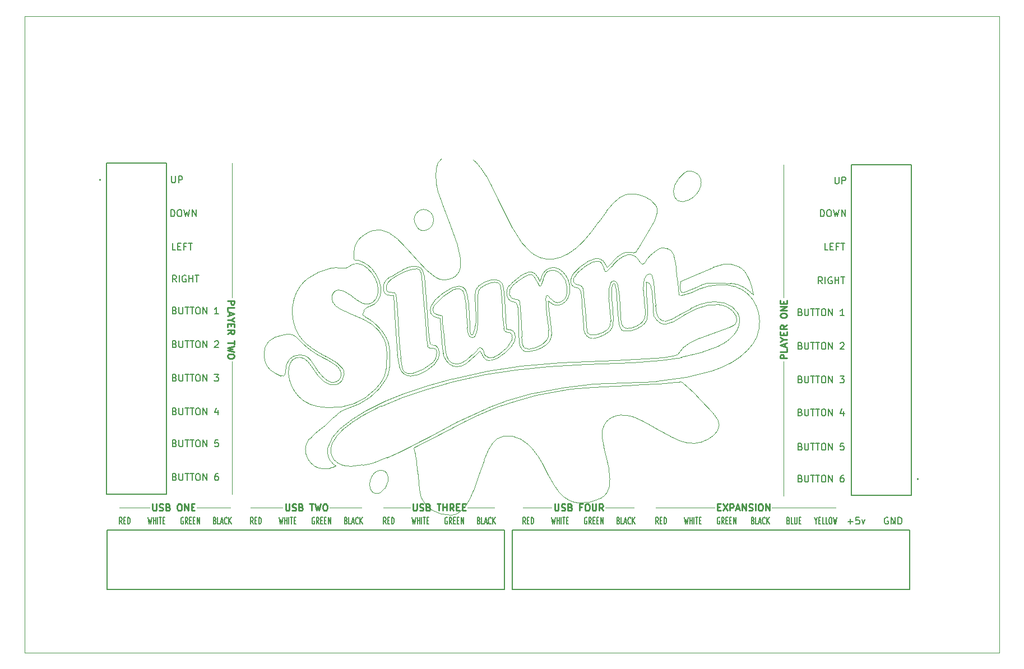
<source format=gbr>
G04 #@! TF.GenerationSoftware,KiCad,Pcbnew,(5.1.2-1)-1*
G04 #@! TF.CreationDate,2020-06-13T21:23:10-04:00*
G04 #@! TF.ProjectId,ArcadePanel,41726361-6465-4506-916e-656c2e6b6963,rev?*
G04 #@! TF.SameCoordinates,Original*
G04 #@! TF.FileFunction,Legend,Top*
G04 #@! TF.FilePolarity,Positive*
%FSLAX46Y46*%
G04 Gerber Fmt 4.6, Leading zero omitted, Abs format (unit mm)*
G04 Created by KiCad (PCBNEW (5.1.2-1)-1) date 2020-06-13 21:23:10*
%MOMM*%
%LPD*%
G04 APERTURE LIST*
%ADD10C,0.100000*%
%ADD11C,0.120000*%
%ADD12C,0.250000*%
%ADD13C,0.150000*%
%ADD14C,0.200000*%
%ADD15C,0.127000*%
G04 APERTURE END LIST*
D10*
X106056678Y-40031133D02*
X106056678Y-88131133D01*
X179656678Y-40031133D02*
X106056678Y-40031133D01*
X194875926Y-77103997D02*
G75*
G02X195692609Y-76339370I8632064J-8401285D01*
G01*
X195692609Y-76339370D02*
G75*
G02X196360803Y-75897679I2136053J-2505169D01*
G01*
X196360803Y-75897679D02*
G75*
G02X196991191Y-75703108I907629J-1822145D01*
G01*
X193099245Y-76792495D02*
G75*
G02X193675926Y-77370038I-579392J-1155209D01*
G01*
X193995174Y-78008942D02*
X193675926Y-77370038D01*
X194875926Y-77103997D02*
X193995174Y-78008942D01*
X189890886Y-77982369D02*
G75*
G02X191211733Y-77058887I7176786J-8858544D01*
G01*
X191211733Y-77058887D02*
G75*
G02X192284364Y-76667463I1556613J-2600237D01*
G01*
X192284364Y-76667462D02*
G75*
G02X193099245Y-76792495I214033J-1323018D01*
G01*
X189719318Y-81146911D02*
G75*
G02X189895147Y-81299877I-125152J-321395D01*
G01*
X189395861Y-81066805D02*
G75*
G02X189719318Y-81146911I-148088J-1291049D01*
G01*
X189395862Y-81066806D02*
G75*
G02X188721744Y-80689066I113997J993828D01*
G01*
X188721745Y-80689066D02*
G75*
G02X188531710Y-79951547I750381J586591D01*
G01*
X188531711Y-79951547D02*
G75*
G02X188950977Y-78960353I2225786J-357218D01*
G01*
X188950977Y-78960353D02*
G75*
G02X189890886Y-77982369I4382190J-3270934D01*
G01*
X190316233Y-84788774D02*
X190374698Y-85711543D01*
X190243594Y-83819129D02*
X190316233Y-84788774D01*
X190168270Y-82939722D02*
X190243594Y-83819129D01*
X190103379Y-82331133D02*
X190168270Y-82939722D01*
X189999924Y-81600860D02*
X190103379Y-82331133D01*
X189895146Y-81299877D02*
G75*
G02X189999924Y-81600860I-797841J-446472D01*
G01*
X191941089Y-88748618D02*
G75*
G02X191430956Y-88670486I-85365J1147069D01*
G01*
X191430956Y-88670487D02*
G75*
G02X190983572Y-88376210I489057J1230720D01*
G01*
X190983572Y-88376209D02*
G75*
G02X190715893Y-88022357I1142260J1142258D01*
G01*
X190715893Y-88022357D02*
G75*
G02X190558444Y-87613085I1346471J752915D01*
G01*
X190558444Y-87613086D02*
G75*
G02X190461466Y-86980244I4303341J983309D01*
G01*
X190374698Y-85711543D02*
X190461466Y-86980244D01*
X194842824Y-87034167D02*
G75*
G02X194431626Y-87655886I-1279268J399255D01*
G01*
X194431626Y-87655886D02*
G75*
G02X193614940Y-88180382I-2357484J2772734D01*
G01*
X192614656Y-88600615D02*
X193614940Y-88180382D01*
X192614656Y-88600615D02*
G75*
G02X191941089Y-88748618I-854381J2281600D01*
G01*
X194720475Y-81492945D02*
G75*
G02X194821346Y-80628531I7404066J-425908D01*
G01*
X194716333Y-82710835D02*
G75*
G02X194720476Y-81492946I11255991J570661D01*
G01*
X194835969Y-84268039D02*
X194716333Y-82710835D01*
X194967578Y-86080965D02*
X194835969Y-84268039D01*
X194967578Y-86080964D02*
G75*
G02X194842824Y-87034167I-2799801J-118331D01*
G01*
X195549319Y-83993597D02*
X195613522Y-84913605D01*
X195447086Y-82216803D02*
X195549319Y-83993597D01*
X195342751Y-81190996D02*
X195447086Y-82216803D01*
X195224453Y-80563450D02*
G75*
G02X195342751Y-81190996I-6351279J-1522197D01*
G01*
X195056678Y-80431134D02*
G75*
G02X195224453Y-80563450I0J-172526D01*
G01*
X194821346Y-80628531D02*
G75*
G02X195056678Y-80431133I235332J-41579D01*
G01*
X203848922Y-86261653D02*
X205551179Y-85279742D01*
X203848923Y-86261652D02*
G75*
G02X202893967Y-86599657I-1543895J2843918D01*
G01*
X202893967Y-86599657D02*
G75*
G02X202207450Y-86507566I-202601J1094612D01*
G01*
X202207449Y-86507565D02*
G75*
G02X201574456Y-86015788I832686J1725062D01*
G01*
X201375112Y-85770275D02*
X201574456Y-86015788D01*
X201204676Y-85541646D02*
X201375112Y-85770275D01*
X201071488Y-85346535D02*
X201204676Y-85541646D01*
X201071488Y-85346534D02*
G75*
G02X201042722Y-85265788I151337J99412D01*
G01*
X201033979Y-85163737D02*
X201042722Y-85265788D01*
X200989534Y-84505526D02*
X201033979Y-85163737D01*
X200938798Y-83744323D02*
X200989534Y-84505526D01*
X200881254Y-82866751D02*
X200938798Y-83744323D01*
X200762688Y-81447010D02*
X200881254Y-82866751D01*
X200607090Y-80733757D02*
G75*
G02X200762688Y-81447010I-3059060J-1040940D01*
G01*
X200361197Y-80374709D02*
G75*
G02X200607090Y-80733757I-519485J-619492D01*
G01*
X199985445Y-80234196D02*
G75*
G02X200361197Y-80374709I-10757J-601430D01*
G01*
X199922284Y-80294176D02*
G75*
G02X199985445Y-80234196I62051J-2096D01*
G01*
X199914213Y-80772229D02*
X199922284Y-80294176D01*
X199931600Y-81367748D02*
X199914213Y-80772229D01*
X199985445Y-82081133D02*
X199931600Y-81367748D01*
X200138018Y-84019064D02*
X199985445Y-82081133D01*
X200138018Y-84019063D02*
G75*
G02X200145149Y-85178243I-9860681J-640273D01*
G01*
X200145149Y-85178243D02*
G75*
G02X200027142Y-85932451I-3719071J195567D01*
G01*
X200027143Y-85932451D02*
G75*
G02X199756678Y-86431531I-1160503J306080D01*
G01*
X199756677Y-86431532D02*
G75*
G02X199217949Y-86897711I-2168936J1962102D01*
G01*
X199217949Y-86897711D02*
G75*
G02X198517733Y-87284355I-2573792J3833797D01*
G01*
X198517732Y-87284354D02*
G75*
G02X197761360Y-87544335I-1873294J4219794D01*
G01*
X197761360Y-87544335D02*
G75*
G02X197054440Y-87631133I-706922J2835332D01*
G01*
X197054439Y-87631134D02*
G75*
G02X196576905Y-87608181I-4J4978991D01*
G01*
X196576905Y-87608180D02*
G75*
G02X196320876Y-87521561I56810J589610D01*
G01*
X196320876Y-87521561D02*
G75*
G02X196140445Y-87333785I279118J448774D01*
G01*
X196140446Y-87333785D02*
G75*
G02X195948996Y-86943597I3132113J1778864D01*
G01*
X195948995Y-86943597D02*
G75*
G02X195830236Y-86540833I1780095J743771D01*
G01*
X195712867Y-85795445D02*
X195830236Y-86540833D01*
X195613522Y-84913605D02*
X195712867Y-85795445D01*
X213642035Y-86079247D02*
G75*
G02X213376649Y-86614559I-735570J31225D01*
G01*
X213505111Y-85338710D02*
G75*
G02X213642034Y-86079247I-1547389J-669034D01*
G01*
X213004187Y-84585192D02*
G75*
G02X213505112Y-85338711I-1836509J-1764136D01*
G01*
X212260523Y-84033095D02*
G75*
G02X213004187Y-84585191I-1266997J-2483524D01*
G01*
X210891171Y-83635980D02*
G75*
G02X212260524Y-84033096I-350634J-3768563D01*
G01*
X209303886Y-83708201D02*
G75*
G02X210891171Y-83635980I1053186J-5668179D01*
G01*
X207516568Y-84256155D02*
G75*
G02X209303886Y-83708201I3291443J-7547127D01*
G01*
X205551179Y-85279742D02*
G75*
G02X207516567Y-84256155I8398489J-13727263D01*
G01*
X211574656Y-87373987D02*
X210596573Y-87728658D01*
X212444489Y-87037692D02*
X211574656Y-87373987D01*
X213167397Y-86741363D02*
X212444489Y-87037692D01*
X213376648Y-86614559D02*
G75*
G02X213167397Y-86741363I-530136J638775D01*
G01*
X199769785Y-91813079D02*
X195256678Y-92011899D01*
X202550614Y-91584278D02*
X199769785Y-91813079D01*
X204366584Y-91314242D02*
X202550614Y-91584278D01*
X204911677Y-90921987D02*
G75*
G02X204366584Y-91314242I-688134J381391D01*
G01*
X204911679Y-90921989D02*
G75*
G02X205565567Y-90100568I2774847J-1537933D01*
G01*
X205565567Y-90100568D02*
G75*
G02X206547478Y-89396575I3671583J-4084265D01*
G01*
X206547478Y-89396575D02*
G75*
G02X208077050Y-88669468I6098848J-10857397D01*
G01*
X210596573Y-87728658D02*
X208077050Y-88669468D01*
X151893412Y-106530137D02*
G75*
G02X151783079Y-105849955I2673147J782655D01*
G01*
X151783079Y-105849955D02*
G75*
G02X151859814Y-105220199I2014044J74146D01*
G01*
X151859814Y-105220198D02*
G75*
G02X153667706Y-102411376I5566005J-1596313D01*
G01*
X153667706Y-102411377D02*
G75*
G02X157680490Y-99638947I15588420J-18272266D01*
G01*
X157680490Y-99638947D02*
G75*
G02X163428566Y-97059172I18759857J-34105806D01*
G01*
X163428566Y-97059172D02*
G75*
G02X170717660Y-94847457I27542200J-77653020D01*
G01*
X175978090Y-93681919D02*
X170717660Y-94847457D01*
X180991060Y-92917166D02*
X175978090Y-93681919D01*
X186916851Y-92404062D02*
X180991060Y-92917166D01*
X195256678Y-92011899D02*
X186916851Y-92404062D01*
X106056678Y-136231133D02*
X179656678Y-136231133D01*
X106056678Y-88131133D02*
X106056678Y-136231133D01*
X151534419Y-108414403D02*
G75*
G02X151162612Y-108431133I-371804J4123117D01*
G01*
X151927818Y-108364126D02*
X151534419Y-108414404D01*
X152285575Y-108290758D02*
X151927818Y-108364126D01*
X152538503Y-108203023D02*
G75*
G02X152285575Y-108290758I-593574J1302753D01*
G01*
X153039149Y-107974914D02*
X152538503Y-108203024D01*
X152554802Y-107593926D02*
X153039149Y-107974914D01*
X152554802Y-107593927D02*
G75*
G02X152162932Y-107148055I1006961J1280143D01*
G01*
X152162932Y-107148055D02*
G75*
G02X151893412Y-106530138I2295042J1368777D01*
G01*
X253256678Y-136231133D02*
X253256678Y-88131133D01*
X179656678Y-136231133D02*
X253256678Y-136231133D01*
X174495916Y-86489230D02*
X174500765Y-84458750D01*
X174495916Y-86489230D02*
G75*
G02X174356167Y-87710801I-6863405J166401D01*
G01*
X174356167Y-87710801D02*
G75*
G02X174078469Y-88391415I-1969250J406516D01*
G01*
X174078468Y-88391415D02*
G75*
G02X173639450Y-88631133I-439018J282149D01*
G01*
X173639450Y-88631133D02*
G75*
G02X173275000Y-88460986I0J475393D01*
G01*
X173275001Y-88460986D02*
G75*
G02X173041140Y-88001561I880404J737385D01*
G01*
X173041140Y-88001561D02*
G75*
G02X172893739Y-87080443I5281609J1317533D01*
G01*
X149475402Y-103476019D02*
X149895874Y-103082326D01*
X149110921Y-103853466D02*
X149475402Y-103476019D01*
X148879507Y-104143509D02*
G75*
G02X149110921Y-103853466I2210099J-1526010D01*
G01*
X148460789Y-105471166D02*
G75*
G02X148879507Y-104143509I2364517J-15868D01*
G01*
X148816549Y-106916824D02*
G75*
G02X148460789Y-105471167I2676691J1425306D01*
G01*
X149819832Y-108024490D02*
G75*
G02X148816549Y-106916824I1697676J2545894D01*
G01*
X151162612Y-108431133D02*
G75*
G02X149819832Y-108024490I2J2420330D01*
G01*
X158249661Y-97612463D02*
G75*
G02X156659447Y-98603193I-6130147J8067867D01*
G01*
X156659447Y-98603192D02*
G75*
G02X154887646Y-99303700I-4852018J9681285D01*
G01*
X154317081Y-99517484D02*
G75*
G02X154887646Y-99303700I1808171J-3957527D01*
G01*
X153778666Y-99809875D02*
G75*
G02X154317081Y-99517484I2386875J-3753323D01*
G01*
X153217215Y-100215223D02*
G75*
G02X153778666Y-99809875I3718255J-4558682D01*
G01*
X152572466Y-100776005D02*
X153217215Y-100215223D01*
X152021456Y-101276724D02*
X152572466Y-100776005D01*
X151395101Y-101826814D02*
X152021456Y-101276724D01*
X150790400Y-102342879D02*
X151395101Y-101826814D01*
X150314326Y-102731133D02*
X150790400Y-102342879D01*
X149895874Y-103082326D02*
X150314326Y-102731133D01*
X160905766Y-94305629D02*
G75*
G02X160573714Y-94983298I-6890275J2955986D01*
G01*
X160573714Y-94983298D02*
G75*
G02X159578146Y-96385290I-6757408J3744022D01*
G01*
X159578146Y-96385289D02*
G75*
G02X158249661Y-97612462I-7034907J6283024D01*
G01*
X160623958Y-88531133D02*
G75*
G02X160919123Y-89170691I-5447592J-2902038D01*
G01*
X160919123Y-89170691D02*
G75*
G02X161071843Y-89722231I-2536177J-999176D01*
G01*
X161071843Y-89722231D02*
G75*
G02X161139682Y-90430101I-5056488J-841776D01*
G01*
X161156678Y-91731133D02*
X161139682Y-90430101D01*
X161139774Y-93068491D02*
X161156678Y-91731133D01*
X161139774Y-93068491D02*
G75*
G02X161069516Y-93759514I-4569864J115546D01*
G01*
X161069515Y-93759515D02*
G75*
G02X160905765Y-94305629I-2467898J442383D01*
G01*
X157806678Y-85645885D02*
G75*
G02X158649806Y-86229612I-3881694J-6507439D01*
G01*
X158649806Y-86229612D02*
G75*
G02X159433068Y-86938079I-5313005J-6661128D01*
G01*
X159433069Y-86938079D02*
G75*
G02X160107271Y-87721997I-5858002J-5720004D01*
G01*
X160107271Y-87721997D02*
G75*
G02X160623957Y-88531133I-4864148J-3675615D01*
G01*
X157112696Y-85154431D02*
G75*
G02X157104305Y-84983335I194305J95284D01*
G01*
X157242830Y-85299453D02*
G75*
G02X157112697Y-85154431I191525J302758D01*
G01*
X157806678Y-85645885D02*
X157242830Y-85299453D01*
X177548220Y-80332534D02*
G75*
G02X177826915Y-80581133I-193192J-497097D01*
G01*
X177086337Y-80248554D02*
G75*
G02X177548220Y-80332534I13567J-1237530D01*
G01*
X176473881Y-80338692D02*
G75*
G02X177086338Y-80248554I637636J-2206728D01*
G01*
X175756678Y-80603830D02*
G75*
G02X176473881Y-80338692I2176088J-4783770D01*
G01*
X174974985Y-81061394D02*
G75*
G02X175756678Y-80603830I2611429J-3564816D01*
G01*
X174619112Y-81552829D02*
G75*
G02X174974984Y-81061395I940287J-306340D01*
G01*
X174487814Y-82361124D02*
G75*
G02X174619112Y-81552828I2670625J-19002D01*
G01*
X174500765Y-84458750D02*
X174487813Y-82361124D01*
X159398414Y-83039939D02*
G75*
G02X158286716Y-83845763I-1709080J1188061D01*
G01*
X157939202Y-83977290D02*
G75*
G02X158286716Y-83845763I1102088J-2387024D01*
G01*
X157646793Y-84147100D02*
G75*
G02X157939202Y-83977290I1050779J-1472752D01*
G01*
X157422155Y-84346372D02*
G75*
G02X157646793Y-84147100I1049516J-956860D01*
G01*
X157277151Y-84566067D02*
G75*
G02X157422155Y-84346372I771563J-351547D01*
G01*
X157104305Y-84983335D02*
X157277151Y-84566067D01*
X157995216Y-77732263D02*
G75*
G02X158524511Y-78229380I-1845867J-2495686D01*
G01*
X158524512Y-78229379D02*
G75*
G02X159558214Y-79926345I-5007878J-4213859D01*
G01*
X159558213Y-79926346D02*
G75*
G02X159865623Y-81652831I-3733579J-1555393D01*
G01*
X159865623Y-81652831D02*
G75*
G02X159398414Y-83039939I-2622355J111032D01*
G01*
X198546172Y-75464231D02*
G75*
G02X198649763Y-75229048I1140756J-362061D01*
G01*
X199038766Y-74563599D02*
X198649763Y-75229048D01*
X199515918Y-73776942D02*
X199038766Y-74563599D01*
X200059384Y-72914033D02*
X199515918Y-73776942D01*
X201242532Y-70895868D02*
X200059384Y-72914033D01*
X201635555Y-69636047D02*
G75*
G02X201242532Y-70895868I-3491055J397878D01*
G01*
X201427145Y-68693958D02*
G75*
G02X201635554Y-69636047I-1265666J-774088D01*
G01*
X200637635Y-67840330D02*
G75*
G02X201427145Y-68693958I-1738292J-2399644D01*
G01*
X199739241Y-67328208D02*
G75*
G02X200637635Y-67840331I-1894744J-4367932D01*
G01*
X198722557Y-67002182D02*
G75*
G02X199739240Y-67328208I-1133320J-5282387D01*
G01*
X197705464Y-66891348D02*
G75*
G02X198722558Y-67002182I-28632J-4984964D01*
G01*
X196807000Y-67018479D02*
G75*
G02X197705464Y-66891348I880593J-2984981D01*
G01*
X195952619Y-67445570D02*
G75*
G02X196806999Y-67018478I1623227J-2179078D01*
G01*
X194988628Y-68285068D02*
G75*
G02X195952619Y-67445570I5977020J-5890157D01*
G01*
X193924915Y-69504812D02*
G75*
G02X194988628Y-68285068I10532943J-8111863D01*
G01*
X192756678Y-71128531D02*
X193924915Y-69504813D01*
X192756677Y-71128530D02*
G75*
G02X190479234Y-74036154I-20921445J14041327D01*
G01*
X190479234Y-74036154D02*
G75*
G02X188209029Y-75913552I-7700565J7000453D01*
G01*
X188209029Y-75913552D02*
G75*
G02X186007691Y-76736817I-3228623J5278330D01*
G01*
X186007691Y-76736817D02*
G75*
G02X183925984Y-76530041I-661095J3926599D01*
G01*
X183925985Y-76530041D02*
G75*
G02X182449314Y-75666888I1867066J4888858D01*
G01*
X182449314Y-75666888D02*
G75*
G02X181158212Y-74292836I4894031J5892189D01*
G01*
X181158212Y-74292836D02*
G75*
G02X179736214Y-72018849I15041246J10987385D01*
G01*
X177693913Y-67998598D02*
X179736214Y-72018849D01*
X155823580Y-76785803D02*
G75*
G02X155753482Y-75938831I3049995J678812D01*
G01*
X156150355Y-76961235D02*
G75*
G02X155823580Y-76785803I-87735J228633D01*
G01*
X156150354Y-76961235D02*
G75*
G02X156566816Y-76958690I211609J-551442D01*
G01*
X156566816Y-76958689D02*
G75*
G02X157274893Y-77276927I-1975410J-5342128D01*
G01*
X157274893Y-77276927D02*
G75*
G02X157995216Y-77732263I-2748016J-5144684D01*
G01*
X156741619Y-73551620D02*
G75*
G02X157360112Y-73069132I3895139J-4355442D01*
G01*
X156307782Y-74040248D02*
G75*
G02X156741619Y-73551620I2330921J-1632639D01*
G01*
X155924032Y-74864021D02*
G75*
G02X156307783Y-74040248I2520602J-672939D01*
G01*
X155753482Y-75938831D02*
G75*
G02X155924032Y-74864021I5257858J-283378D01*
G01*
X162339261Y-73672808D02*
G75*
G02X163769298Y-75158634I-12328124J-13296317D01*
G01*
X161063465Y-72758915D02*
G75*
G02X162339261Y-73672808I-2968616J-5491641D01*
G01*
X159870848Y-72356245D02*
G75*
G02X161063465Y-72758915I-576882J-3676058D01*
G01*
X158701412Y-72419088D02*
G75*
G02X159870848Y-72356245I732613J-2720725D01*
G01*
X158049557Y-72666365D02*
G75*
G02X158701412Y-72419088I1563923J-3139888D01*
G01*
X157360112Y-73069132D02*
G75*
G02X158049556Y-72666365I3363964J-4966862D01*
G01*
X170759639Y-79584790D02*
G75*
G02X170106704Y-79813194I-1299767J2668150D01*
G01*
X170106704Y-79813194D02*
G75*
G02X169394793Y-79889300I-690655J3092792D01*
G01*
X169394793Y-79889301D02*
G75*
G02X168720448Y-79795608I17434J2599108D01*
G01*
X168720448Y-79795608D02*
G75*
G02X167987082Y-79417771I535859J1940718D01*
G01*
X166796818Y-78379373D02*
X167987082Y-79417771D01*
X165371707Y-76950421D02*
X166796818Y-78379373D01*
X163769298Y-75158634D02*
X165371707Y-76950421D01*
X170303894Y-71531133D02*
X169104346Y-68448373D01*
X171425068Y-74609034D02*
X170303894Y-71531133D01*
X171425068Y-74609034D02*
G75*
G02X171895481Y-76694849I-10333907J-3426556D01*
G01*
X171895481Y-76694848D02*
G75*
G02X171834028Y-78166651I-4444973J-551591D01*
G01*
X171834028Y-78166651D02*
G75*
G02X171259115Y-79228696I-2071904J434946D01*
G01*
X171259114Y-79228696D02*
G75*
G02X170759639Y-79584789I-1312140J1312138D01*
G01*
X208182579Y-65714429D02*
G75*
G02X207532807Y-66939265I-2955107J782908D01*
G01*
X208147632Y-64537030D02*
G75*
G02X208182580Y-65714428I-1965007J-647544D01*
G01*
X207463712Y-63734771D02*
G75*
G02X208147632Y-64537031I-640574J-1238732D01*
G01*
X168491276Y-62222853D02*
G75*
G02X168995626Y-61630536I1667692J-909135D01*
G01*
X168236212Y-63009588D02*
G75*
G02X168491276Y-62222854I2222627J-285874D01*
G01*
X168162427Y-64196515D02*
G75*
G02X168236213Y-63009588I9038658J33864D01*
G01*
X168257652Y-65482005D02*
G75*
G02X168162427Y-64196515I9093887J1319921D01*
G01*
X168531831Y-66742966D02*
G75*
G02X168257652Y-65482005I8859254J2586619D01*
G01*
X169104346Y-68448373D02*
X168531832Y-66742966D01*
X205734420Y-63691744D02*
G75*
G02X206513793Y-63431133I779374J-1035079D01*
G01*
X204907056Y-64495802D02*
G75*
G02X205734421Y-63691744I3594626J-2871117D01*
G01*
X204269764Y-65530975D02*
G75*
G02X204907056Y-64495802I4535758J-2078630D01*
G01*
X204056677Y-66507427D02*
G75*
G02X204269764Y-65530975I2343793J1D01*
G01*
X204229479Y-67383333D02*
G75*
G02X204056678Y-66507427I2133520J875905D01*
G01*
X204715981Y-67934277D02*
G75*
G02X204229479Y-67383333I551135J976941D01*
G01*
X205464423Y-68085567D02*
G75*
G02X204715981Y-67934277I-141432J1227275D01*
G01*
X206381652Y-67819044D02*
G75*
G02X205464422Y-68085567I-1244107J2569983D01*
G01*
X207532808Y-66939265D02*
G75*
G02X206381652Y-67819044I-2726578J2374608D01*
G01*
X166200313Y-69240203D02*
G75*
G02X166740339Y-69304264I118017J-1313334D01*
G01*
X165689360Y-69399288D02*
G75*
G02X166200313Y-69240203I624653J-1106195D01*
G01*
X165271193Y-69758105D02*
G75*
G02X165689359Y-69399287I1116891J-878548D01*
G01*
X164979127Y-70242109D02*
G75*
G02X165271194Y-69758105I2094435J-933742D01*
G01*
X164878516Y-70705461D02*
G75*
G02X164979126Y-70242109I1161450J-9593D01*
G01*
X164968264Y-71199779D02*
G75*
G02X164878516Y-70705461I1255256J483210D01*
G01*
X165254485Y-71781134D02*
G75*
G02X164968264Y-71199779I3076720J1875914D01*
G01*
X165489576Y-72115499D02*
G75*
G02X165254486Y-71781133I2440353J1965613D01*
G01*
X165707419Y-72305140D02*
G75*
G02X165489575Y-72115500I422887J705724D01*
G01*
X165968464Y-72400849D02*
G75*
G02X165707420Y-72305140I120439J732338D01*
G01*
X166339222Y-72431134D02*
G75*
G02X165968464Y-72400850I1J2284725D01*
G01*
X167193355Y-72131502D02*
G75*
G02X166339222Y-72431133I-854133J1067587D01*
G01*
X167731499Y-71346873D02*
G75*
G02X167193356Y-72131502I-1560840J493652D01*
G01*
X167752697Y-70372734D02*
G75*
G02X167731498Y-71346873I-1675793J-450832D01*
G01*
X167240604Y-69581133D02*
G75*
G02X167752697Y-70372734I-973649J-1191302D01*
G01*
X207212289Y-63618542D02*
G75*
G02X207463712Y-63734771I-1187445J-2898690D01*
G01*
X206942466Y-63520327D02*
X207212289Y-63618542D01*
X206693253Y-63451691D02*
X206942466Y-63520327D01*
X206513793Y-63431133D02*
G75*
G02X206693253Y-63451691I0J-793581D01*
G01*
X204338705Y-77182321D02*
X204548530Y-79151241D01*
X204085265Y-76103619D02*
G75*
G02X204338705Y-77182321I-5049028J-1755388D01*
G01*
X203713633Y-75486490D02*
G75*
G02X204085265Y-76103618I-1280295J-1191451D01*
G01*
X203156677Y-75147847D02*
G75*
G02X203713632Y-75486490I-321578J-1156215D01*
G01*
X166740339Y-69304264D02*
G75*
G02X167240604Y-69581133I-511851J-1515233D01*
G01*
X204763197Y-81229286D02*
X204871468Y-82050698D01*
X204653104Y-80267045D02*
X204763197Y-81229286D01*
X204548530Y-79151241D02*
X204653104Y-80267045D01*
X205170792Y-82244268D02*
X205838871Y-82075180D01*
X205170792Y-82244267D02*
G75*
G02X204932421Y-82173543I-53987J255108D01*
G01*
X204932420Y-82173543D02*
G75*
G02X204871468Y-82050698I151926J151925D01*
G01*
X158347552Y-107575210D02*
X157101184Y-107842270D01*
X159595130Y-107199178D02*
X158347552Y-107575210D01*
X160756677Y-106736555D02*
G75*
G02X159595130Y-107199178I-5627718J12440471D01*
G01*
X161062175Y-106599280D02*
X160756678Y-106736555D01*
X161506928Y-106401229D02*
X161062175Y-106599280D01*
X161998631Y-106183274D02*
X161506928Y-106401229D01*
X162468168Y-105976169D02*
X161998631Y-106183274D01*
X163109919Y-105674613D02*
X162468168Y-105976169D01*
X164336658Y-105054298D02*
X163109919Y-105674613D01*
X165774498Y-104311795D02*
X164336658Y-105054298D01*
X167268168Y-103524513D02*
X165774498Y-104311795D01*
X171342820Y-101388518D02*
X167268168Y-103524513D01*
X174082595Y-100042541D02*
X171342820Y-101388518D01*
X176305948Y-99080525D02*
X174082595Y-100042541D01*
X178573757Y-98248607D02*
X176305948Y-99080525D01*
X178573757Y-98248607D02*
G75*
G02X182768971Y-97051927I15320264J-45756446D01*
G01*
X187283607Y-96164526D02*
X182768971Y-97051927D01*
X191936458Y-95614865D02*
X187283607Y-96164526D01*
X196546656Y-95430648D02*
X191936458Y-95614865D01*
X201487739Y-95229108D02*
X196546656Y-95430648D01*
X205997070Y-94624335D02*
G75*
G02X201487739Y-95229108I-8063620J43010577D01*
G01*
X209869196Y-93662524D02*
G75*
G02X205997071Y-94624336I-10198597J32782942D01*
G01*
X212856677Y-92372847D02*
G75*
G02X209869196Y-93662524I-7558765J13404539D01*
G01*
X214091606Y-91553026D02*
G75*
G02X212856678Y-92372847I-6253057J8079211D01*
G01*
X215220313Y-90548526D02*
G75*
G02X214091606Y-91553027I-7877175J7714801D01*
G01*
X216119663Y-89486158D02*
G75*
G02X215220314Y-90548526I-7763888J5660675D01*
G01*
X216652045Y-88497605D02*
G75*
G02X216119663Y-89486158I-3878571J1451160D01*
G01*
X217066929Y-86162739D02*
G75*
G02X216652045Y-88497605I-6544928J-41323D01*
G01*
X216602961Y-83895721D02*
G75*
G02X217066928Y-86162739I-5490208J-2304611D01*
G01*
X215339311Y-82058582D02*
G75*
G02X216602961Y-83895721I-3784147J-3956033D01*
G01*
X213479000Y-80938548D02*
G75*
G02X215339311Y-82058582I-1559477J-4695151D01*
G01*
X212206980Y-80674143D02*
G75*
G02X213479001Y-80938548I-501132J-5602875D01*
G01*
X210719432Y-80656825D02*
G75*
G02X212206980Y-80674144I632354J-9578698D01*
G01*
X209206776Y-80873040D02*
G75*
G02X210719432Y-80656825I2175017J-9817158D01*
G01*
X207856678Y-81309711D02*
G75*
G02X209206776Y-80873040I2971578J-6882073D01*
G01*
X206725534Y-81772949D02*
X207856678Y-81309710D01*
X205838871Y-82075180D02*
X206725534Y-81772949D01*
X152378483Y-106316333D02*
G75*
G02X152536325Y-104545356I2325401J685267D01*
G01*
X153479561Y-107642807D02*
G75*
G02X152378483Y-106316332I991282J1943069D01*
G01*
X154001040Y-107868335D02*
G75*
G02X153479561Y-107642808I1511039J4209585D01*
G01*
X154466799Y-107982177D02*
G75*
G02X154001040Y-107868335I307733J2268706D01*
G01*
X155035895Y-108014697D02*
G75*
G02X154466799Y-107982177I-75817J3669099D01*
G01*
X155944029Y-107977096D02*
X155035895Y-108014697D01*
X157101184Y-107842270D02*
G75*
G02X155944029Y-107977096I-1828282J10658270D01*
G01*
X159909129Y-98938747D02*
X163074542Y-97612881D01*
X157106352Y-100402121D02*
G75*
G02X159909129Y-98938747I16822645J-28804389D01*
G01*
X154175754Y-102467417D02*
G75*
G02X157106352Y-100402122I13541672J-16103396D01*
G01*
X152536325Y-104545356D02*
G75*
G02X154175755Y-102467417I5851504J-2930958D01*
G01*
X170756678Y-95271170D02*
X175605542Y-94191201D01*
X166665742Y-96398307D02*
X170756678Y-95271170D01*
X163074542Y-97612881D02*
X166665742Y-96398307D01*
X253256678Y-40031133D02*
X179656678Y-40031133D01*
X253256678Y-88131133D02*
X253256678Y-40031133D01*
X212970170Y-83998784D02*
G75*
G02X213769733Y-84904716I-1752166J-2352243D01*
G01*
X213769733Y-84904716D02*
G75*
G02X214055930Y-85987557I-1914884J-1085349D01*
G01*
X214055930Y-85987557D02*
G75*
G02X213667425Y-87498218I-3117463J-3552D01*
G01*
X213667425Y-87498217D02*
G75*
G02X212560884Y-88836770I-4105794J2267487D01*
G01*
X212560884Y-88836770D02*
G75*
G02X210716016Y-89980662I-5017574J6032696D01*
G01*
X210716015Y-89980661D02*
G75*
G02X208136324Y-90911067I-7913988J17901242D01*
G01*
X208136324Y-90911068D02*
G75*
G02X205242116Y-91581992I-8395928J29640117D01*
G01*
X202109233Y-92022139D02*
X205242116Y-91581992D01*
X197847421Y-92339004D02*
X202109233Y-92022139D01*
X190893724Y-92634214D02*
X197847421Y-92339004D01*
X185085749Y-92947197D02*
X190893724Y-92634214D01*
X180191495Y-93442827D02*
X185085749Y-92947197D01*
X175605542Y-94191201D02*
X180191495Y-93442827D01*
X209151155Y-83303493D02*
G75*
G02X210302218Y-83191449I1152710J-5873530D01*
G01*
X210302218Y-83191449D02*
G75*
G02X211758345Y-83397324I1443J-5242243D01*
G01*
X211758346Y-83397324D02*
G75*
G02X212970171Y-83998784I-1051240J-3639570D01*
G01*
X196548254Y-87056646D02*
G75*
G02X196238121Y-86601020I578987J727465D01*
G01*
X197047680Y-87231134D02*
G75*
G02X196548254Y-87056647I0J801987D01*
G01*
X197769644Y-87140301D02*
G75*
G02X197047680Y-87231133I-721964J2823801D01*
G01*
X198502654Y-86871159D02*
G75*
G02X197769644Y-87140302I-1686669J3460890D01*
G01*
X199129583Y-86478779D02*
G75*
G02X198502654Y-86871159I-2161712J2756862D01*
G01*
X199530882Y-86020944D02*
G75*
G02X199129583Y-86478778I-1416326J836644D01*
G01*
X199716106Y-85599087D02*
G75*
G02X199530882Y-86020944I-1844288J558174D01*
G01*
X199791187Y-85153534D02*
G75*
G02X199716106Y-85599087I-1783034J71358D01*
G01*
X199776154Y-84489480D02*
G75*
G02X199791186Y-85153534I-5286654J-451871D01*
G01*
X199646999Y-83119555D02*
X199776154Y-84489480D01*
X199513997Y-81495160D02*
X199646999Y-83119555D01*
X199513996Y-81495161D02*
G75*
G02X199527897Y-80446900I7085085J430269D01*
G01*
X199527897Y-80446899D02*
G75*
G02X199679518Y-79723336I3091803J-270212D01*
G01*
X199679517Y-79723337D02*
G75*
G02X199990050Y-79194257I1428785J-482925D01*
G01*
X199990051Y-79194256D02*
G75*
G02X200468442Y-78973101I499137J-451714D01*
G01*
X200468442Y-78973100D02*
G75*
G02X200834101Y-79213148I11736J-380646D01*
G01*
X200834101Y-79213148D02*
G75*
G02X201077096Y-80211096I-3437511J-1365574D01*
G01*
X201252084Y-82371127D02*
X201077096Y-80211096D01*
X201356065Y-83806295D02*
X201252084Y-82371127D01*
X201464055Y-84656316D02*
G75*
G02X201356065Y-83806295I9636376J1656113D01*
G01*
X201603890Y-85215710D02*
G75*
G02X201464055Y-84656316I3664515J1213218D01*
G01*
X201808651Y-85609588D02*
G75*
G02X201603890Y-85215710I1120349J832585D01*
G01*
X202311256Y-86044513D02*
G75*
G02X201808651Y-85609588I728698J1349964D01*
G01*
X202879711Y-86143144D02*
G75*
G02X202311256Y-86044513I-136981J897965D01*
G01*
X203672396Y-85882510D02*
G75*
G02X202879711Y-86143144I-1172798J2231175D01*
G01*
X205023366Y-85119197D02*
X203672396Y-85882510D01*
X206615562Y-84225700D02*
X205023366Y-85119197D01*
X206615562Y-84225700D02*
G75*
G02X207954278Y-83637270I5260755J-10151505D01*
G01*
X207954277Y-83637271D02*
G75*
G02X209151155Y-83303493I2728977J-7472906D01*
G01*
X194570889Y-86099783D02*
G75*
G02X194457714Y-86876911I-2128910J-86769D01*
G01*
X194460138Y-84764258D02*
X194570888Y-86099783D01*
X194270462Y-82683815D02*
X194460138Y-84764258D01*
X194270461Y-82683815D02*
G75*
G02X194325899Y-81225086I7675141J438734D01*
G01*
X194325899Y-81225086D02*
G75*
G02X194600074Y-80335759I2791492J-373677D01*
G01*
X194600074Y-80335759D02*
G75*
G02X195093731Y-80031133I493657J-247681D01*
G01*
X195093731Y-80031134D02*
G75*
G02X195437787Y-80207655I0J-423559D01*
G01*
X195437787Y-80207655D02*
G75*
G02X195662333Y-80700976I-1132857J-813408D01*
G01*
X195662333Y-80700977D02*
G75*
G02X195810625Y-81663849I-6025345J-1420822D01*
G01*
X195927867Y-83568500D02*
X195810625Y-81663849D01*
X196058949Y-85652594D02*
X195927867Y-83568500D01*
X196238121Y-86601020D02*
G75*
G02X196058949Y-85652594I4204004J1285336D01*
G01*
X192629619Y-88117714D02*
G75*
G02X191930313Y-88218368I-748028J2717445D01*
G01*
X193408163Y-87835855D02*
G75*
G02X192629619Y-88117715I-2175359J4792530D01*
G01*
X194097073Y-87402217D02*
G75*
G02X193408163Y-87835854I-1932424J2305948D01*
G01*
X194457713Y-86876911D02*
G75*
G02X194097072Y-87402217I-1123231J384689D01*
G01*
X189936081Y-80716153D02*
G75*
G02X190127870Y-80817132I-601099J-1374294D01*
G01*
X190127870Y-80817132D02*
G75*
G02X190251875Y-80925347I-272077J-436933D01*
G01*
X190251875Y-80925348D02*
G75*
G02X190348488Y-81142301I-337973J-280493D01*
G01*
X190471270Y-82045386D02*
X190348488Y-81142301D01*
X190587857Y-83127022D02*
X190471270Y-82045386D01*
X190683537Y-84358436D02*
X190587857Y-83127022D01*
X190776732Y-85595856D02*
X190683537Y-84358436D01*
X190885682Y-86696330D02*
X190776732Y-85595856D01*
X190997475Y-87616493D02*
X190885682Y-86696330D01*
X191080741Y-87876095D02*
G75*
G02X190997475Y-87616493I667571J357274D01*
G01*
X191390461Y-88136428D02*
G75*
G02X191080740Y-87876095I170635J517411D01*
G01*
X191930313Y-88218368D02*
G75*
G02X191390461Y-88136428I-28238J1633298D01*
G01*
X189013739Y-80250450D02*
G75*
G02X189010400Y-79624331I667644J316629D01*
G01*
X189492041Y-80593006D02*
G75*
G02X189013739Y-80250449I69621J602407D01*
G01*
X189492042Y-80593005D02*
G75*
G02X189713473Y-80636625I-163255J-1412609D01*
G01*
X189713472Y-80636625D02*
G75*
G02X189936080Y-80716153I-462485J-1645858D01*
G01*
X193943451Y-78590557D02*
X194226150Y-78340489D01*
X193943451Y-78590557D02*
G75*
G02X193833144Y-78631133I-110307J129648D01*
G01*
X193833144Y-78631134D02*
G75*
G02X193753369Y-78592215I0J101220D01*
G01*
X193753370Y-78592214D02*
G75*
G02X193666466Y-78456201I674300J526601D01*
G01*
X193666466Y-78456201D02*
G75*
G02X193586798Y-78263701I1135743J582770D01*
G01*
X193586799Y-78263701D02*
G75*
G02X193527575Y-78035619I1981214J636171D01*
G01*
X193203405Y-77358158D02*
G75*
G02X193527575Y-78035619I-1170545J-976403D01*
G01*
X192644014Y-77069426D02*
G75*
G02X193203404Y-77358157I-62627J-807583D01*
G01*
X191833034Y-77215606D02*
G75*
G02X192644014Y-77069426I685041J-1477803D01*
G01*
X190770258Y-77821790D02*
G75*
G02X191833035Y-77215606I4118860J-5986556D01*
G01*
X189640677Y-78740982D02*
G75*
G02X190770257Y-77821790I6266797J-6547508D01*
G01*
X189010400Y-79624331D02*
G75*
G02X189640677Y-78740982I2642226J-1218722D01*
G01*
X195683953Y-76884171D02*
G75*
G02X196435098Y-76367211I2781150J-3236830D01*
G01*
X194909192Y-77641704D02*
G75*
G02X195683953Y-76884172I6266949J-5634526D01*
G01*
X194554819Y-78020785D02*
X194909192Y-77641704D01*
X194226150Y-78340489D02*
X194554819Y-78020785D01*
X197742222Y-76109634D02*
G75*
G02X198094625Y-76241215I-411685J-1640281D01*
G01*
X197131353Y-76103942D02*
G75*
G02X197742222Y-76109634I293629J-1269675D01*
G01*
X196435098Y-76367212D02*
G75*
G02X197131353Y-76103942I1322838J-2446128D01*
G01*
X199974020Y-76872268D02*
G75*
G02X200519002Y-76242524I3688664J-2641493D01*
G01*
X199604684Y-77371556D02*
X199974020Y-76872268D01*
X199604684Y-77371557D02*
G75*
G02X199436979Y-77511505I-392352J299712D01*
G01*
X199436979Y-77511505D02*
G75*
G02X199295986Y-77496203I-58831J115140D01*
G01*
X199295985Y-77496203D02*
G75*
G02X199120223Y-77308521I632142J768135D01*
G01*
X198710272Y-76770259D02*
X199120223Y-77308521D01*
X198395961Y-76444026D02*
G75*
G02X198710272Y-76770259I-1691504J-1944216D01*
G01*
X198094625Y-76241215D02*
G75*
G02X198395961Y-76444026I-665578J-1314184D01*
G01*
X202593828Y-75042712D02*
X202783125Y-75068473D01*
X202446711Y-75033864D02*
G75*
G02X202593828Y-75042712I-12671J-1438209D01*
G01*
X201960819Y-75160632D02*
G75*
G02X202446711Y-75033865I477415J-835324D01*
G01*
X201240586Y-75631754D02*
G75*
G02X201960819Y-75160631I4278423J-5754578D01*
G01*
X200519002Y-76242525D02*
G75*
G02X201240586Y-75631755I5194135J-5404891D01*
G01*
X159098142Y-82782254D02*
G75*
G02X158065971Y-83529092I-1374874J813473D01*
G01*
X159453953Y-81368619D02*
G75*
G02X159098142Y-82782254I-2566575J-105592D01*
G01*
X158999978Y-79647202D02*
G75*
G02X159453953Y-81368619I-3681910J-1891571D01*
G01*
X157844415Y-78143848D02*
G75*
G02X158999977Y-79647202I-3535479J-3913359D01*
G01*
X202980871Y-75105035D02*
X203156678Y-75147848D01*
X202783125Y-75068473D02*
X202980871Y-75105035D01*
X157064034Y-83414923D02*
G75*
G02X156444011Y-83050844I1645582J3512390D01*
G01*
X157557575Y-83554924D02*
G75*
G02X157064035Y-83414924I182258J1582446D01*
G01*
X158065970Y-83529092D02*
G75*
G02X157557575Y-83554924I-331555J1509557D01*
G01*
X207212537Y-81096558D02*
X206529279Y-81380632D01*
X208317578Y-80640589D02*
X207212537Y-81096558D01*
X208317578Y-80640589D02*
G75*
G02X209020424Y-80438169I1489108J-3849079D01*
G01*
X209020425Y-80438169D02*
G75*
G02X209781563Y-80352847I912335J-4701132D01*
G01*
X211156678Y-80331133D02*
X209781563Y-80352847D01*
X212710311Y-80396277D02*
X211156678Y-80331133D01*
X212710311Y-80396277D02*
G75*
G02X213815629Y-80609610I-441819J-5259243D01*
G01*
X213815629Y-80609610D02*
G75*
G02X214724151Y-81022324I-1137929J-3711303D01*
G01*
X214724151Y-81022325D02*
G75*
G02X215633243Y-81703704I-3411109J-5498220D01*
G01*
X216109809Y-82131133D02*
X215633243Y-81703704D01*
X215975858Y-81331133D02*
X216109809Y-82131133D01*
X215886761Y-80947448D02*
G75*
G02X215975858Y-81331133I-3032292J-906327D01*
G01*
X215721542Y-80443008D02*
X215886761Y-80947448D01*
X215516201Y-79910878D02*
X215721542Y-80443008D01*
X215298203Y-79431133D02*
X215516201Y-79910878D01*
X214982707Y-78858178D02*
G75*
G02X215298203Y-79431133I-6307597J-3846597D01*
G01*
X214683990Y-78462988D02*
G75*
G02X214982707Y-78858178I-1827292J-1691711D01*
G01*
X214333977Y-78160170D02*
G75*
G02X214683990Y-78462988I-1187458J-1726211D01*
G01*
X213863210Y-77881133D02*
G75*
G02X214333978Y-78160169I-1828276J-3621163D01*
G01*
X157137408Y-77653605D02*
G75*
G02X157844415Y-78143848I-1544665J-2982574D01*
G01*
X156408957Y-77432768D02*
G75*
G02X157137408Y-77653605I-230712J-2072868D01*
G01*
X155710032Y-77498534D02*
G75*
G02X156408957Y-77432767I507882J-1650681D01*
G01*
X155085737Y-77836802D02*
G75*
G02X155710032Y-77498534I1154862J-1386148D01*
G01*
X155085737Y-77836802D02*
G75*
G02X154814042Y-78022865I-1120959J1345456D01*
G01*
X154814043Y-78022865D02*
G75*
G02X154549854Y-78121703I-462853J834684D01*
G01*
X154549853Y-78121703D02*
G75*
G02X154242377Y-78146552I-249484J1172330D01*
G01*
X154242378Y-78146551D02*
G75*
G02X153830989Y-78103827I181752J3752045D01*
G01*
X152274490Y-78139282D02*
G75*
G02X153830989Y-78103827I874934J-4226800D01*
G01*
X150496671Y-78710603D02*
G75*
G02X152274489Y-78139282I3552847J-8003888D01*
G01*
X148848545Y-79661398D02*
G75*
G02X150496671Y-78710604I5313634J-7306918D01*
G01*
X147676255Y-80835847D02*
G75*
G02X148848546Y-79661398I4282120J-3101957D01*
G01*
X146733108Y-82792937D02*
G75*
G02X147676255Y-80835847I5915839J-1645116D01*
G01*
X146484725Y-85029017D02*
G75*
G02X146733108Y-82792937I7025536J351439D01*
G01*
X146954764Y-87220548D02*
G75*
G02X146484725Y-85029017I6499412J2540167D01*
G01*
X148087116Y-89049256D02*
G75*
G02X146954764Y-87220548I4406421J3993428D01*
G01*
X148672698Y-89612803D02*
G75*
G02X148087116Y-89049256I3826357J4561978D01*
G01*
X149402381Y-90167744D02*
G75*
G02X148672698Y-89612804I5444679J7916342D01*
G01*
X150336087Y-90758472D02*
X149402381Y-90167743D01*
X151556678Y-91435540D02*
X150336087Y-90758472D01*
X151556678Y-91435540D02*
G75*
G02X153191374Y-92412191I-8681681J-16387594D01*
G01*
X153191375Y-92412191D02*
G75*
G02X154059906Y-93259163I-1854945J-2770967D01*
G01*
X154059906Y-93259163D02*
G75*
G02X154316290Y-94089283I-1143509J-807827D01*
G01*
X154316289Y-94089283D02*
G75*
G02X154059513Y-94978391I-1765018J28109D01*
G01*
X154059513Y-94978390D02*
G75*
G02X153845271Y-95271006I-1811994J1101937D01*
G01*
X153845271Y-95271006D02*
G75*
G02X153603801Y-95489501I-1044537J911693D01*
G01*
X153603801Y-95489501D02*
G75*
G02X153322723Y-95642058I-770404J1084216D01*
G01*
X153322722Y-95642058D02*
G75*
G02X152990513Y-95737981I-665997J1683309D01*
G01*
X152990513Y-95737981D02*
G75*
G02X152118588Y-95698668I-352201J1877401D01*
G01*
X152118588Y-95698668D02*
G75*
G02X151277743Y-95279718I688584J2435283D01*
G01*
X151277743Y-95279718D02*
G75*
G02X150412574Y-94425774I2834897J3737406D01*
G01*
X150412573Y-94425774D02*
G75*
G02X149454575Y-93055905I12754757J9939774D01*
G01*
X148866684Y-92265052D02*
G75*
G02X149454575Y-93055905I-4597182J-4031312D01*
G01*
X148273076Y-91782238D02*
G75*
G02X148866684Y-92265052I-1126138J-1990879D01*
G01*
X147659547Y-91593567D02*
G75*
G02X148273076Y-91782238I-122266J-1489473D01*
G01*
X147014635Y-91675759D02*
G75*
G02X147659547Y-91593567I516535J-1481735D01*
G01*
X146140242Y-92519580D02*
G75*
G02X147014635Y-91675759I1351885J-525918D01*
G01*
X145905782Y-94067051D02*
G75*
G02X146140242Y-92519579I3566848J251079D01*
G01*
X146363510Y-95900060D02*
G75*
G02X145905782Y-94067052I4971885J2215204D01*
G01*
X147424599Y-97499783D02*
G75*
G02X146363510Y-95900060I4228309J3956387D01*
G01*
X148256039Y-98208343D02*
G75*
G02X147424598Y-97499783I2710718J4022917D01*
G01*
X149227406Y-98715434D02*
G75*
G02X148256040Y-98208343I1772395J4579045D01*
G01*
X150389230Y-99037198D02*
G75*
G02X149227406Y-98715434I1036663J6001613D01*
G01*
X151794085Y-99191067D02*
G75*
G02X150389229Y-99037198I537817J11400655D01*
G01*
X153885503Y-99099376D02*
G75*
G02X151794085Y-99191066I-1548378J11419901D01*
G01*
X155759978Y-98621364D02*
G75*
G02X153885503Y-99099377I-3007738J7880243D01*
G01*
X157452118Y-97737308D02*
G75*
G02X155759978Y-98621364I-4612326J6766825D01*
G01*
X159001869Y-96439995D02*
G75*
G02X157452118Y-97737308I-7326337J7177621D01*
G01*
X159883109Y-95397523D02*
G75*
G02X159001869Y-96439995I-7532754J5474004D01*
G01*
X160405872Y-94423187D02*
G75*
G02X159883109Y-95397522I-3822123J1423287D01*
G01*
X160672974Y-93289499D02*
G75*
G02X160405872Y-94423187I-4641428J495233D01*
G01*
X160755363Y-91731133D02*
G75*
G02X160672974Y-93289500I-14597671J-9598D01*
G01*
X160735782Y-90664848D02*
X160755363Y-91731133D01*
X160670629Y-89945087D02*
G75*
G02X160735782Y-90664848I-6599711J-960241D01*
G01*
X160543501Y-89373698D02*
G75*
G02X160670629Y-89945087I-3767383J-1138036D01*
G01*
X160330818Y-88813255D02*
G75*
G02X160543501Y-89373698I-3928437J-1811384D01*
G01*
X159584968Y-87613751D02*
G75*
G02X160330818Y-88813255I-4429192J-3585700D01*
G01*
X158575053Y-86651199D02*
G75*
G02X159584969Y-87613751I-3209123J-4378115D01*
G01*
X157110306Y-85780529D02*
G75*
G02X158575053Y-86651199I-3777855J-8022985D01*
G01*
X154909469Y-84839443D02*
X157110306Y-85780529D01*
X154909469Y-84839443D02*
G75*
G02X153756552Y-84327011I4525655J11735426D01*
G01*
X153756551Y-84327011D02*
G75*
G02X153016516Y-83818407I1520490J3005054D01*
G01*
X153016517Y-83818407D02*
G75*
G02X152602699Y-83262936I1201730J1327150D01*
G01*
X152602699Y-83262936D02*
G75*
G02X152456678Y-82618447I1349266J644488D01*
G01*
X152456678Y-82618447D02*
G75*
G02X152708924Y-81820529I1388129J0D01*
G01*
X152708924Y-81820529D02*
G75*
G02X153343834Y-81446668I729120J-512180D01*
G01*
X153343834Y-81446668D02*
G75*
G02X154310655Y-81607098I193986J-1824415D01*
G01*
X154310655Y-81607097D02*
G75*
G02X155444231Y-82300786I-2453075J-5281687D01*
G01*
X156444011Y-83050844D02*
X155444231Y-82300786D01*
X148243986Y-91312080D02*
G75*
G02X148783233Y-91553700I-361784J-1529989D01*
G01*
X148783233Y-91553700D02*
G75*
G02X149257572Y-92012429I-1198945J-1714350D01*
G01*
X149257571Y-92012429D02*
G75*
G02X149761427Y-92777791I-5957767J-4470663D01*
G01*
X150363871Y-93694649D02*
G75*
G02X149761427Y-92777791I7244441J5416496D01*
G01*
X151049505Y-94490607D02*
G75*
G02X150363872Y-93694649I5410771J5354088D01*
G01*
X151728392Y-95080536D02*
G75*
G02X151049505Y-94490606I3572407J4796694D01*
G01*
X152296724Y-95339929D02*
G75*
G02X151728392Y-95080536I318508J1450161D01*
G01*
X153176804Y-95255764D02*
G75*
G02X152296723Y-95339929I-570717J1324357D01*
G01*
X153757442Y-94674960D02*
G75*
G02X153176805Y-95255764I-1020246J439315D01*
G01*
X153809624Y-93807386D02*
G75*
G02X153757441Y-94674961I-1227389J-361531D01*
G01*
X153306677Y-92994467D02*
G75*
G02X153809624Y-93807386I-1231017J-1323664D01*
G01*
X152987474Y-92742228D02*
G75*
G02X153306678Y-92994466I-1405530J-2106775D01*
G01*
X152418865Y-92378584D02*
X152987474Y-92742229D01*
X151747846Y-91985529D02*
X152418865Y-92378584D01*
X151056678Y-91616126D02*
X151747846Y-91985529D01*
X150202218Y-91141532D02*
X151056678Y-91616126D01*
X149434388Y-90633131D02*
X150202218Y-91141532D01*
X148709980Y-90059850D02*
X149434388Y-90633131D01*
X147985988Y-89390211D02*
X148709980Y-90059850D01*
X212748426Y-77524900D02*
G75*
G02X213863210Y-77881133I-558728J-3670870D01*
G01*
X211598291Y-77542612D02*
G75*
G02X212748426Y-77524901I627779J-3414229D01*
G01*
X210067198Y-77980546D02*
G75*
G02X211598291Y-77542611I3021744J-7669081D01*
G01*
X207511855Y-79048972D02*
X210067198Y-77980546D01*
X205067033Y-80131133D02*
X207511855Y-79048972D01*
X205061855Y-80869330D02*
X205067033Y-80131133D01*
X205074975Y-81161277D02*
G75*
G02X205061855Y-80869330I2802299J272198D01*
G01*
X205118670Y-81428054D02*
G75*
G02X205074975Y-81161277I2011253J466385D01*
G01*
X205183197Y-81638941D02*
G75*
G02X205118670Y-81428055I1491777J571773D01*
G01*
X205262536Y-81734755D02*
G75*
G02X205183197Y-81638941I102226J165405D01*
G01*
X205412053Y-81755466D02*
G75*
G02X205262537Y-81734755I-51313J179607D01*
G01*
X205920266Y-81599766D02*
X205412053Y-81755466D01*
X206529279Y-81380632D02*
X205920266Y-81599766D01*
X145456678Y-93744154D02*
G75*
G02X145600318Y-92709837I3795727J3D01*
G01*
X145600318Y-92709837D02*
G75*
G02X146022096Y-91909951I2094107J-593074D01*
G01*
X146022096Y-91909951D02*
G75*
G02X146691518Y-91408985I1386294J-1154707D01*
G01*
X146691518Y-91408984D02*
G75*
G02X147549889Y-91231133I858369J-1982460D01*
G01*
X147549889Y-91231133D02*
G75*
G02X148243986Y-91312081I-3J-3016320D01*
G01*
X207291192Y-104588223D02*
G75*
G02X206190257Y-104535343I-328807J4641230D01*
G01*
X208301760Y-104395360D02*
G75*
G02X207291192Y-104588223I-1319726J4171094D01*
G01*
X209297197Y-103965850D02*
G75*
G02X208301760Y-104395360I-2618579J4700585D01*
G01*
X210144850Y-103369608D02*
G75*
G02X209297197Y-103965851I-3259490J3733221D01*
G01*
X210713533Y-102681725D02*
G75*
G02X210144851Y-103369608I-2385885J1393431D01*
G01*
X210961803Y-101857896D02*
G75*
G02X210713533Y-102681724I-1837852J104536D01*
G01*
X210783709Y-101066415D02*
G75*
G02X210961804Y-101857896I-1296847J-707587D01*
G01*
X210041817Y-100024283D02*
G75*
G02X210783709Y-101066415I-3979960J-3618470D01*
G01*
X208182316Y-98042567D02*
X210041817Y-100024283D01*
X147079424Y-88532540D02*
X147985988Y-89390211D01*
X146561526Y-88195249D02*
G75*
G02X147079424Y-88532540I-806574J-1804716D01*
G01*
X146046341Y-88092836D02*
G75*
G02X146561526Y-88195249I32897J-1181532D01*
G01*
X145256677Y-88170411D02*
G75*
G02X146046340Y-88092837I947335J-5585409D01*
G01*
X143873846Y-88554582D02*
G75*
G02X145256678Y-88170411I2550255J-6498840D01*
G01*
X142918639Y-89173686D02*
G75*
G02X143873845Y-88554582I1996002J-2033162D01*
G01*
X142372627Y-90044228D02*
G75*
G02X142918639Y-89173686I2095553J-707848D01*
G01*
X142201116Y-91170119D02*
G75*
G02X142372627Y-90044228I3277514J76734D01*
G01*
X142326887Y-92115294D02*
G75*
G02X142201116Y-91170119I4260382J1047867D01*
G01*
X142652973Y-92901570D02*
G75*
G02X142326887Y-92115294I2404078J1457777D01*
G01*
X143187325Y-93531897D02*
G75*
G02X142652972Y-92901570I1709809J1991132D01*
G01*
X143927364Y-94016943D02*
G75*
G02X143187326Y-93531897I1494515J3087259D01*
G01*
X144742340Y-94374511D02*
X143927364Y-94016943D01*
X145159246Y-94416248D02*
G75*
G02X144742340Y-94374511I-134856J756030D01*
G01*
X145382116Y-94221309D02*
G75*
G02X145159245Y-94416248I-273258J87539D01*
G01*
X145456677Y-93744153D02*
G75*
G02X145382115Y-94221308I-1564035J-1D01*
G01*
X199348286Y-101200776D02*
X198399801Y-100754828D01*
X200413951Y-101749884D02*
X199348286Y-101200776D01*
X201456678Y-102336463D02*
X200413951Y-101749884D01*
X203641110Y-103569171D02*
X201456678Y-102336463D01*
X205066875Y-104227434D02*
G75*
G02X203641110Y-103569171I4406094J11416583D01*
G01*
X206190257Y-104535342D02*
G75*
G02X205066875Y-104227433I960391J5707148D01*
G01*
X176480127Y-65550433D02*
X177693913Y-67998598D01*
X175701062Y-64114295D02*
X176480127Y-65550433D01*
X175056805Y-63120965D02*
G75*
G02X175701062Y-64114295I-9895910J-7123914D01*
G01*
X174364252Y-62273983D02*
G75*
G02X175056805Y-63120965I-6533695J-6049049D01*
G01*
X173813857Y-61714826D02*
X174364252Y-62273983D01*
X193609110Y-101804593D02*
G75*
G02X194573650Y-100771748I2293973J-1175466D01*
G01*
X194573650Y-100771748D02*
G75*
G02X196039530Y-100325866I1618531J-2688521D01*
G01*
X196039530Y-100325866D02*
G75*
G02X197789813Y-100530976I260455J-5347912D01*
G01*
X197789813Y-100530976D02*
G75*
G02X198399801Y-100754828I-1297176J-4477776D01*
G01*
X196991191Y-75703108D02*
G75*
G02X197673307Y-75710594I315881J-2297794D01*
G01*
X198077583Y-75759891D02*
X197673307Y-75710594D01*
X198306947Y-75737923D02*
G75*
G02X198077583Y-75759891I-175182J620670D01*
G01*
X198449422Y-75643994D02*
G75*
G02X198306947Y-75737923I-218984J177144D01*
G01*
X198546173Y-75464231D02*
G75*
G02X198449423Y-75643994I-524931J166606D01*
G01*
X193433147Y-104594038D02*
X193627050Y-105545991D01*
X193294477Y-103762967D02*
X193433147Y-104594038D01*
X193294477Y-103762967D02*
G75*
G02X193257425Y-103259540I3364325J500689D01*
G01*
X193257425Y-103259540D02*
G75*
G02X193609111Y-101804594I3196086J-2572D01*
G01*
X194281759Y-108412643D02*
G75*
G02X194448118Y-109930346I-10165584J-1882243D01*
G01*
X193856678Y-106498791D02*
X194281759Y-108412643D01*
X193627050Y-105545991D02*
X193856678Y-106498791D01*
X189813784Y-113603601D02*
G75*
G02X188374118Y-113239576I163643J3676027D01*
G01*
X191538958Y-113455397D02*
G75*
G02X189813784Y-113603602I-1428583J6514338D01*
G01*
X193102136Y-112884848D02*
G75*
G02X191538957Y-113455396I-2896355J5508735D01*
G01*
X194050596Y-111994739D02*
G75*
G02X193102137Y-112884849I-2084731J1271019D01*
G01*
X194374478Y-111116691D02*
G75*
G02X194050596Y-111994739I-2395025J384684D01*
G01*
X194448118Y-109930346D02*
G75*
G02X194374477Y-111116691I-6116208J-215803D01*
G01*
X186741361Y-111918793D02*
G75*
G02X185966112Y-110813120I7070084J5781848D01*
G01*
X187509008Y-112686921D02*
G75*
G02X186741360Y-111918794I3459881J4225369D01*
G01*
X188374118Y-113239576D02*
G75*
G02X187509008Y-112686921I1905521J3936282D01*
G01*
X184187710Y-107567784D02*
X183484416Y-106407846D01*
X185059979Y-109187031D02*
X184187710Y-107567784D01*
X185966112Y-110813120D02*
X185059979Y-109187031D01*
X176750809Y-104540691D02*
G75*
G02X177436254Y-103887493I2245945J-1670583D01*
G01*
X177436255Y-103887494D02*
G75*
G02X178494981Y-103477891I1435761J-2138026D01*
G01*
X178494981Y-103477890D02*
G75*
G02X179737232Y-103508176I533594J-3605477D01*
G01*
X179737232Y-103508176D02*
G75*
G02X181022052Y-103975250I-872039J-4399457D01*
G01*
X181022051Y-103975251D02*
G75*
G02X182199300Y-104831596I-2759175J-5030512D01*
G01*
X182199300Y-104831596D02*
G75*
G02X182848826Y-105534544I-4777079J-5065594D01*
G01*
X182848826Y-105534544D02*
G75*
G02X183484416Y-106407846I-8772729J-7052739D01*
G01*
X170322922Y-115431134D02*
G75*
G02X168911687Y-115248508I-5J5543915D01*
G01*
X170824699Y-115401528D02*
G75*
G02X170322922Y-115431133I-501778J4237601D01*
G01*
X171202543Y-115308183D02*
G75*
G02X170824700Y-115401529I-562361J1464936D01*
G01*
X171550141Y-115123410D02*
G75*
G02X171202542Y-115308184I-926983J1324511D01*
G01*
X171957363Y-114803703D02*
G75*
G02X171550141Y-115123410I-3109850J3541923D01*
G01*
X172688532Y-114012766D02*
G75*
G02X171957363Y-114803703I-4150344J3103295D01*
G01*
X173285739Y-113045806D02*
G75*
G02X172688532Y-114012767I-5730625J2871407D01*
G01*
X173882395Y-111659017D02*
G75*
G02X173285739Y-113045806I-12200187J4427301D01*
G01*
X174651416Y-109427030D02*
X173882396Y-111659017D01*
X175464513Y-107080189D02*
X174651416Y-109427030D01*
X175464513Y-107080188D02*
G75*
G02X176124615Y-105555926I13653390J-5007716D01*
G01*
X176124614Y-105555927D02*
G75*
G02X176750809Y-104540691I6142665J-3088040D01*
G01*
X201405428Y-95615323D02*
X203106219Y-95512386D01*
X199374391Y-95719258D02*
X201405428Y-95615323D01*
X197156678Y-95811781D02*
X199374391Y-95719258D01*
X193348936Y-95978262D02*
X197156678Y-95811781D01*
X190696040Y-96156493D02*
X193348936Y-95978262D01*
X188480036Y-96394253D02*
X190696040Y-96156493D01*
X186163774Y-96741471D02*
X188480036Y-96394253D01*
X183315422Y-97324504D02*
X186163774Y-96741471D01*
X180380926Y-98121115D02*
X183315422Y-97324504D01*
X177451509Y-99103561D02*
X180380926Y-98121115D01*
X174618159Y-100244069D02*
X177451509Y-99103561D01*
X172502437Y-101247505D02*
X174618159Y-100244069D01*
X168937529Y-103101643D02*
X172502437Y-101247505D01*
X164980004Y-105197859D02*
X168937529Y-103101643D01*
X164857794Y-105403106D02*
G75*
G02X164980004Y-105197859I230089J2005D01*
G01*
X164866933Y-105485307D02*
G75*
G02X164857793Y-105403106I396918J85739D01*
G01*
X164914947Y-105699150D02*
X164866932Y-105485307D01*
X164977222Y-105953694D02*
X164914947Y-105699150D01*
X165050794Y-106231133D02*
X164977222Y-105953694D01*
X165050795Y-106231134D02*
G75*
G02X165137043Y-106646790I-3253825J-891942D01*
G01*
X165246129Y-107470907D02*
X165137043Y-106646790D01*
X165354277Y-108445822D02*
X165246129Y-107470907D01*
X165446308Y-109468661D02*
X165354277Y-108445822D01*
X165548406Y-110502546D02*
X165446308Y-109468661D01*
X165686048Y-111502234D02*
X165548406Y-110502546D01*
X165837335Y-112352282D02*
X165686048Y-111502234D01*
X165976851Y-112823228D02*
G75*
G02X165837335Y-112352282I2465826J986626D01*
G01*
X166632222Y-113879101D02*
G75*
G02X165976850Y-112823228I2660241J2382518D01*
G01*
X167642114Y-114713349D02*
G75*
G02X166632222Y-113879102I2255433J3758681D01*
G01*
X168911688Y-115248508D02*
G75*
G02X167642114Y-114713349I1243069J4722474D01*
G01*
X158999406Y-112159730D02*
G75*
G02X158268229Y-111471451I250690J998829D01*
G01*
X159819658Y-112029484D02*
G75*
G02X158999406Y-112159729I-562717J895859D01*
G01*
X160562945Y-111295983D02*
G75*
G02X159819658Y-112029484I-2027850J1311554D01*
G01*
X160965751Y-110264345D02*
G75*
G02X160562946Y-111295983I-2722010J468357D01*
G01*
X160835352Y-109321094D02*
G75*
G02X160965751Y-110264345I-1418508J-676739D01*
G01*
X207117355Y-96969678D02*
X208182316Y-98042567D01*
X206190138Y-96095066D02*
X207117355Y-96969678D01*
X205412683Y-95408827D02*
X206190138Y-96095066D01*
X205156678Y-95303744D02*
G75*
G02X205412683Y-95408827I-29947J-437341D01*
G01*
X204939302Y-95303285D02*
G75*
G02X205156678Y-95303744I105224J-1638357D01*
G01*
X204580428Y-95332106D02*
X204939302Y-95303285D01*
X204168865Y-95378600D02*
X204580428Y-95332106D01*
X203756678Y-95438756D02*
X204168865Y-95378600D01*
X203756677Y-95438756D02*
G75*
G02X203106219Y-95512386I-1087189J6694454D01*
G01*
X160667221Y-109037138D02*
G75*
G02X160835352Y-109321094I-1498928J-1079271D01*
G01*
X160477014Y-108847648D02*
G75*
G02X160667221Y-109037137I-480111J-672135D01*
G01*
X160238495Y-108731205D02*
G75*
G02X160477015Y-108847648I-228012J-769567D01*
G01*
X159923610Y-108669828D02*
G75*
G02X160238495Y-108731205I-162775J-1673539D01*
G01*
X158900771Y-109041174D02*
G75*
G02X159923610Y-108669828I900532J-886104D01*
G01*
X158238144Y-110203590D02*
G75*
G02X158900771Y-109041174I2523003J-668150D01*
G01*
X158268229Y-111471450D02*
G75*
G02X158238144Y-110203590I2168095J685734D01*
G01*
X160806677Y-79781546D02*
G75*
G02X161311959Y-79390293I2150595J-2255476D01*
G01*
X162233027Y-78848247D02*
X161311959Y-79390293D01*
X163228785Y-78328120D02*
X162233027Y-78848247D01*
X163228786Y-78328119D02*
G75*
G02X164056678Y-77973614I3921799J-8014801D01*
G01*
X162704648Y-93168437D02*
G75*
G02X162345221Y-91214765I9176146J2698081D01*
G01*
X162034678Y-86581133D02*
X162345221Y-91214765D01*
X161791125Y-82231133D02*
X162034678Y-86581133D01*
X161263901Y-82231133D02*
X161791125Y-82231133D01*
X161263901Y-82231134D02*
G75*
G02X160802654Y-82160000I0J1530985D01*
G01*
X160802653Y-82160000D02*
G75*
G02X160490969Y-81951399I201789J638660D01*
G01*
X160490969Y-81951399D02*
G75*
G02X160313306Y-81583835I640091J536108D01*
G01*
X160313307Y-81583836D02*
G75*
G02X160256678Y-81028552I2694150J555284D01*
G01*
X160256677Y-81028552D02*
G75*
G02X160287726Y-80661145I2189314J1D01*
G01*
X160287726Y-80661145D02*
G75*
G02X160381024Y-80350770I1297986J-220960D01*
G01*
X160381024Y-80350770D02*
G75*
G02X160549274Y-80067510I1252906J-552601D01*
G01*
X160549274Y-80067510D02*
G75*
G02X160806678Y-79781546I1998644J-1540198D01*
G01*
X167195355Y-88959898D02*
X167039837Y-87560541D01*
X167364582Y-89612267D02*
G75*
G02X167195355Y-88959898I2890339J1097896D01*
G01*
X167630285Y-89741684D02*
G75*
G02X167364582Y-89612267I-64019J206027D01*
G01*
X167630284Y-89741685D02*
G75*
G02X168146448Y-89811442I183141J-589396D01*
G01*
X168146449Y-89811441D02*
G75*
G02X168550351Y-90274231I-592846J-925060D01*
G01*
X168550351Y-90274231D02*
G75*
G02X168711969Y-91001546I-1579739J-732651D01*
G01*
X168711969Y-91001547D02*
G75*
G02X168562057Y-91750773I-1917820J-5876D01*
G01*
X168562058Y-91750773D02*
G75*
G02X167924535Y-92687078I-2631068J1106279D01*
G01*
X167924534Y-92687078D02*
G75*
G02X166811300Y-93567523I-4770666J4888019D01*
G01*
X166811300Y-93567524D02*
G75*
G02X165520836Y-94209767I-3743461J5904169D01*
G01*
X165520836Y-94209767D02*
G75*
G02X164341540Y-94426741I-1197685J3196311D01*
G01*
X164341540Y-94426740D02*
G75*
G02X163324703Y-94080190I-8831J1639147D01*
G01*
X163324704Y-94080190D02*
G75*
G02X162704648Y-93168437I1107027J1419572D01*
G01*
X165111042Y-77860982D02*
G75*
G02X165623917Y-77957366I-249070J-2738090D01*
G01*
X165623917Y-77957367D02*
G75*
G02X165942092Y-78145119I-205073J-711000D01*
G01*
X165942091Y-78145119D02*
G75*
G02X166213329Y-78574289I-816038J-816038D01*
G01*
X166213330Y-78574289D02*
G75*
G02X166375556Y-79228189I-3221903J-1146397D01*
G01*
X166510088Y-80438842D02*
X166375556Y-79228189D01*
X166755039Y-83731133D02*
X166510088Y-80438842D01*
X167039837Y-87560541D02*
X166755039Y-83731133D01*
X165870923Y-78757990D02*
X166038501Y-80322892D01*
X165759502Y-78435701D02*
G75*
G02X165870923Y-78757990I-662488J-409440D01*
G01*
X164056677Y-77973615D02*
G75*
G02X164546731Y-77861928I672119J-1818137D01*
G01*
X164546732Y-77861928D02*
G75*
G02X165111042Y-77860983I287256J-3044783D01*
G01*
X166960757Y-90037734D02*
G75*
G02X166906073Y-89879725I325309J201051D01*
G01*
X166789866Y-88827020D02*
X166906073Y-89879725D01*
X166668317Y-87603162D02*
X166789866Y-88827020D01*
X166546846Y-86187735D02*
X166668317Y-87603162D01*
X166247294Y-82563664D02*
X166546846Y-86187735D01*
X166038501Y-80322892D02*
X166247294Y-82563664D01*
X167434550Y-90216905D02*
G75*
G02X167217956Y-90174323I184334J1509744D01*
G01*
X167217956Y-90174323D02*
G75*
G02X167045720Y-90112348I307093J1123773D01*
G01*
X167045720Y-90112348D02*
G75*
G02X166960757Y-90037735I79594J176315D01*
G01*
X168298331Y-90731553D02*
G75*
G02X168259992Y-91323309I-6758504J140745D01*
G01*
X168225908Y-90432731D02*
G75*
G02X168298330Y-90731553I-528641J-286306D01*
G01*
X168033968Y-90280339D02*
G75*
G02X168225909Y-90432730I-82559J-301058D01*
G01*
X167668481Y-90231134D02*
G75*
G02X168033968Y-90280339I1J-1381973D01*
G01*
X167668481Y-90231133D02*
G75*
G02X167434550Y-90216905I0J1930189D01*
G01*
X164616847Y-94045862D02*
G75*
G02X163519190Y-93874000I-351688J1345035D01*
G01*
X166257625Y-93400624D02*
G75*
G02X164616847Y-94045863I-3520236J6542814D01*
G01*
X167720094Y-92374274D02*
G75*
G02X166257624Y-93400624I-5048090J5638013D01*
G01*
X168259991Y-91323309D02*
G75*
G02X167720094Y-92374274I-1641056J178877D01*
G01*
X162847127Y-91715724D02*
X162600971Y-89158527D01*
X163122937Y-93307191D02*
G75*
G02X162847127Y-91715724I17851436J3913385D01*
G01*
X163519190Y-93874000D02*
G75*
G02X163122937Y-93307191I482963J759550D01*
G01*
X162271507Y-83600496D02*
X162181749Y-82726179D01*
X162341140Y-84676931D02*
X162271507Y-83600496D01*
X162600971Y-89158527D02*
X162341140Y-84676931D01*
X161867507Y-81834445D02*
G75*
G02X161985795Y-81887326I-138217J-467915D01*
G01*
X161985796Y-81887326D02*
G75*
G02X162082811Y-82033145I-110402J-178634D01*
G01*
X162181749Y-82726179D02*
X162082811Y-82033145D01*
X161261695Y-81741529D02*
G75*
G02X161471112Y-81755468I-47088J-2287500D01*
G01*
X161682718Y-81788645D02*
X161471112Y-81755468D01*
X161682719Y-81788644D02*
G75*
G02X161867507Y-81834445I-424615J-2108847D01*
G01*
X160691686Y-81163447D02*
G75*
G02X160738010Y-80677198I1169617J133903D01*
G01*
X160747965Y-81451757D02*
G75*
G02X160691686Y-81163447I1797653J500555D01*
G01*
X160844992Y-81619283D02*
G75*
G02X160747965Y-81451756I274940J271099D01*
G01*
X161004522Y-81708935D02*
G75*
G02X160844992Y-81619283I75865J321759D01*
G01*
X161261694Y-81741528D02*
G75*
G02X161004523Y-81708935I25333J1230754D01*
G01*
X162225271Y-79280362D02*
G75*
G02X163382145Y-78694082I5375284J-9172221D01*
G01*
X161451187Y-79785205D02*
G75*
G02X162225271Y-79280362I5661943J-7835660D01*
G01*
X160977366Y-80232430D02*
G75*
G02X161451187Y-79785205I1936658J-1577218D01*
G01*
X160738010Y-80677198D02*
G75*
G02X160977365Y-80232430I1277533J-400725D01*
G01*
X165348445Y-78214338D02*
G75*
G02X165759501Y-78435702I13658J-466970D01*
G01*
X164475511Y-78330165D02*
G75*
G02X165348445Y-78214338I998515J-4177982D01*
G01*
X163382145Y-78694082D02*
G75*
G02X164475511Y-78330165I2639806J-6106697D01*
G01*
X179647089Y-80363589D02*
G75*
G02X181076483Y-79203470I11663939J-12910614D01*
G01*
X181076484Y-79203470D02*
G75*
G02X182130403Y-78711902I1788407J-2458751D01*
G01*
X182130403Y-78711901D02*
G75*
G02X182909868Y-78807485I265041J-1064626D01*
G01*
X182909868Y-78807485D02*
G75*
G02X183493610Y-79405986I-642804J-1210876D01*
G01*
X183830542Y-80080838D02*
X183493610Y-79405986D01*
X184122483Y-79382124D02*
X183830542Y-80080838D01*
X184122484Y-79382124D02*
G75*
G02X184268371Y-79090705I2201205J-919724D01*
G01*
X184268371Y-79090705D02*
G75*
G02X184465445Y-78792854I2958348J-1743277D01*
G01*
X184465444Y-78792854D02*
G75*
G02X184680629Y-78531986I2558180J-1891006D01*
G01*
X184680629Y-78531986D02*
G75*
G02X184880052Y-78357272I902134J-828547D01*
G01*
X178893953Y-81407431D02*
G75*
G02X179007552Y-81083718I1067765J-192915D01*
G01*
X179007552Y-81083717D02*
G75*
G02X179235083Y-80768115I1336069J-723409D01*
G01*
X179647089Y-80363589D02*
X179235083Y-80768115D01*
X184792638Y-89732966D02*
G75*
G02X184098517Y-90179528I-2535529J3178399D01*
G01*
X184098516Y-90179527D02*
G75*
G02X183253267Y-90532266I-2780364J5473364D01*
G01*
X183253268Y-90532267D02*
G75*
G02X181967792Y-90756107I-1391990J4190897D01*
G01*
X181967792Y-90756106D02*
G75*
G02X181187686Y-90400418I-23678J981387D01*
G01*
X181187685Y-90400418D02*
G75*
G02X180765854Y-89403226I1454421J1203065D01*
G01*
X180765854Y-89403226D02*
G75*
G02X180654939Y-87391065I18480947J2027852D01*
G01*
X180645020Y-86525403D02*
X180654939Y-87391065D01*
X180616664Y-85627801D02*
X180645020Y-86525403D01*
X180575849Y-84822396D02*
X180616664Y-85627801D01*
X180527081Y-84281133D02*
X180575849Y-84822396D01*
X180443917Y-83712227D02*
X180527081Y-84281133D01*
X180348990Y-83425835D02*
G75*
G02X180443917Y-83712227I-904553J-458750D01*
G01*
X180208106Y-83283413D02*
G75*
G02X180348990Y-83425835I-151395J-290653D01*
G01*
X179994567Y-83231133D02*
G75*
G02X180208106Y-83283414I0J-462239D01*
G01*
X179994568Y-83231133D02*
G75*
G02X179542538Y-83127330I0J1036124D01*
G01*
X179542538Y-83127330D02*
G75*
G02X179175942Y-82836160I468423J966131D01*
G01*
X179175942Y-82836160D02*
G75*
G02X178938224Y-82384278I1022000J826102D01*
G01*
X178938225Y-82384277D02*
G75*
G02X178856678Y-81823408I1888012J560867D01*
G01*
X178856677Y-81823408D02*
G75*
G02X178893953Y-81407431I2339651J2D01*
G01*
X185597807Y-88203307D02*
G75*
G02X185545751Y-88703465I-1772828J-68273D01*
G01*
X185545750Y-88703466D02*
G75*
G02X185290054Y-89228847I-1378488J345980D01*
G01*
X185290054Y-89228847D02*
G75*
G02X184792637Y-89732966I-2361682J1832823D01*
G01*
X185213071Y-83122590D02*
G75*
G02X185415520Y-83284482I-1670344J-2296321D01*
G01*
X185140033Y-83135133D02*
G75*
G02X185213071Y-83122590I42623J-29270D01*
G01*
X185112406Y-83242476D02*
G75*
G02X185140034Y-83135134I160922J15808D01*
G01*
X185158927Y-83658138D02*
X185112406Y-83242476D01*
X185398660Y-85676930D02*
X185158927Y-83658138D01*
X185536687Y-87141649D02*
X185398660Y-85676930D01*
X185597807Y-88203307D02*
X185536687Y-87141649D01*
X186774084Y-83705452D02*
G75*
G02X186306694Y-83726048I-291867J1309790D01*
G01*
X186306694Y-83726048D02*
G75*
G02X185855678Y-83584595I179856J1363214D01*
G01*
X185855677Y-83584595D02*
G75*
G02X185415520Y-83284482I1006084J1948397D01*
G01*
X188420101Y-81365227D02*
G75*
G02X188097648Y-82679864I-3084478J59694D01*
G01*
X188097647Y-82679864D02*
G75*
G02X187262437Y-83528155I-1715220J853461D01*
G01*
X187262438Y-83528155D02*
G75*
G02X186774083Y-83705451I-927563J1793705D01*
G01*
X186766670Y-78247761D02*
G75*
G02X187356062Y-78690518I-1263588J-2295741D01*
G01*
X187356062Y-78690518D02*
G75*
G02X188157706Y-79911542I-2543678J-2543677D01*
G01*
X188157706Y-79911542D02*
G75*
G02X188420101Y-81365227I-3492919J-1381007D01*
G01*
X186094162Y-83205942D02*
G75*
G02X185639845Y-82845070I1346913J2162101D01*
G01*
X186516487Y-83342168D02*
G75*
G02X186094162Y-83205942I61141J912300D01*
G01*
X186947455Y-83262329D02*
G75*
G02X186516487Y-83342168I-371759J803645D01*
G01*
X187427513Y-82964875D02*
G75*
G02X186947455Y-83262329I-1458632J1817964D01*
G01*
X187900714Y-82235884D02*
G75*
G02X187427513Y-82964875I-1340663J352170D01*
G01*
X188003098Y-81137532D02*
G75*
G02X187900713Y-82235884I-3371156J-239697D01*
G01*
X187740082Y-79982167D02*
G75*
G02X188003099Y-81137531I-3618426J-1431349D01*
G01*
X187151728Y-79086184D02*
G75*
G02X187740082Y-79982167I-1867413J-1867416D01*
G01*
X184880052Y-78357272D02*
G75*
G02X185485002Y-78076940I1085753J-1550129D01*
G01*
X185485002Y-78076940D02*
G75*
G02X186128319Y-78037301I421834J-1605973D01*
G01*
X186128319Y-78037301D02*
G75*
G02X186766671Y-78247761I-244116J-1813771D01*
G01*
X184801498Y-82376791D02*
G75*
G02X184962691Y-82231133I161193J-16363D01*
G01*
X184962690Y-82231134D02*
G75*
G02X185003633Y-82246644I1J-61791D01*
G01*
X185187682Y-82411477D02*
X185003633Y-82246644D01*
X185399971Y-82609768D02*
X185187682Y-82411477D01*
X185639845Y-82845070D02*
X185399971Y-82609768D01*
X184981403Y-85664603D02*
X185177264Y-87459934D01*
X184818774Y-84073192D02*
X184981403Y-85664603D01*
X184769646Y-83041853D02*
X184818774Y-84073192D01*
X184769645Y-83041853D02*
G75*
G02X184801498Y-82376791I6248006J34049D01*
G01*
X174226785Y-81374747D02*
G75*
G02X174641379Y-80797037I1222215J-439501D01*
G01*
X174641378Y-80797037D02*
G75*
G02X175493236Y-80253826I3043824J-3833744D01*
G01*
X186631516Y-78677508D02*
G75*
G02X187151728Y-79086184I-1441666J-2370556D01*
G01*
X186085730Y-78461512D02*
G75*
G02X186631516Y-78677507I-357933J-1701995D01*
G01*
X185540930Y-78450515D02*
G75*
G02X186085730Y-78461512I243353J-1444405D01*
G01*
X185022366Y-78638374D02*
G75*
G02X185540930Y-78450514I773570J-1325702D01*
G01*
X184872061Y-78776871D02*
G75*
G02X185022366Y-78638373I390259J-272722D01*
G01*
X184688804Y-79069556D02*
G75*
G02X184872061Y-78776871I2985357J-1665493D01*
G01*
X184507862Y-79435613D02*
G75*
G02X184688804Y-79069556I3762432J-1632017D01*
G01*
X184356293Y-79832292D02*
G75*
G02X184507862Y-79435613I4550571J-1511457D01*
G01*
X184218314Y-80215089D02*
X184356293Y-79832292D01*
X184078015Y-80537724D02*
X184218314Y-80215089D01*
X183948328Y-80787905D02*
X184078015Y-80537724D01*
X183948328Y-80787905D02*
G75*
G02X183874842Y-80831133I-73486J40847D01*
G01*
X183874842Y-80831134D02*
G75*
G02X183798164Y-80791931I0J94589D01*
G01*
X183656254Y-80581446D02*
X183798164Y-80791931D01*
X183499004Y-80306830D02*
X183656254Y-80581446D01*
X183340915Y-79981133D02*
X183499004Y-80306830D01*
X183153034Y-79619860D02*
G75*
G02X183340915Y-79981133I-3186562J-1886673D01*
G01*
X182951499Y-79340367D02*
G75*
G02X183153034Y-79619860I-1445034J-1254381D01*
G01*
X182747672Y-79152735D02*
G75*
G02X182951499Y-79340367I-733296J-1001114D01*
G01*
X182552835Y-79073272D02*
G75*
G02X182747673Y-79152735I-61533J-429468D01*
G01*
X182130382Y-79138472D02*
G75*
G02X182552835Y-79073272I318342J-661437D01*
G01*
X181362802Y-79550686D02*
G75*
G02X182130382Y-79138472I5036975J-8458553D01*
G01*
X180530610Y-80104162D02*
G75*
G02X181362802Y-79550686I5967410J-8070063D01*
G01*
X179787761Y-80719841D02*
G75*
G02X180530610Y-80104162I5927652J-6396030D01*
G01*
X179337865Y-81369705D02*
G75*
G02X179787762Y-80719841I1692803J-691254D01*
G01*
X179265698Y-82082641D02*
G75*
G02X179337865Y-81369706I1244731J234121D01*
G01*
X179586609Y-82619681D02*
G75*
G02X179265698Y-82082641I569034J704430D01*
G01*
X180184873Y-82831134D02*
G75*
G02X179586608Y-82619681I1J952068D01*
G01*
X180184874Y-82831133D02*
G75*
G02X180366411Y-82847426I0J-1019493D01*
G01*
X180366411Y-82847426D02*
G75*
G02X180541366Y-82895779I-178585J-986878D01*
G01*
X180541366Y-82895779D02*
G75*
G02X180684987Y-82966757I-286426J-760363D01*
G01*
X180684986Y-82966757D02*
G75*
G02X180769081Y-83051203I-138495J-222014D01*
G01*
X180769081Y-83051203D02*
G75*
G02X180827173Y-83226992I-339024J-209528D01*
G01*
X180903337Y-84175754D02*
X180827173Y-83226992D01*
X180975445Y-85290177D02*
X180903337Y-84175754D01*
X181035128Y-86570428D02*
X180975445Y-85290177D01*
X181122499Y-88508439D02*
X181035128Y-86570428D01*
X181208331Y-89381275D02*
G75*
G02X181122499Y-88508439I9174615J1342835D01*
G01*
X181337945Y-89871063D02*
G75*
G02X181208330Y-89381275I2086013J814078D01*
G01*
X181560922Y-90162777D02*
G75*
G02X181337946Y-89871063I394695J532764D01*
G01*
X182232843Y-90357284D02*
G75*
G02X181560921Y-90162777I-74288J1001201D01*
G01*
X183222943Y-90153005D02*
G75*
G02X182232844Y-90357284I-1279953J3702122D01*
G01*
X184215982Y-89667000D02*
G75*
G02X183222943Y-90153004I-2474004J3797537D01*
G01*
X184916858Y-89002514D02*
G75*
G02X184215982Y-89667000I-2162452J1579004D01*
G01*
X185128432Y-88600023D02*
G75*
G02X184916858Y-89002514I-1467390J514496D01*
G01*
X185206900Y-88164562D02*
G75*
G02X185128432Y-88600023I-1397515J27023D01*
G01*
X185177264Y-87459934D02*
G75*
G02X185206899Y-88164562I-5718912J-593466D01*
G01*
X177883264Y-90995771D02*
X177479801Y-91231145D01*
X178952808Y-90108558D02*
G75*
G02X177883264Y-90995771I-3662546J3326958D01*
G01*
X179632766Y-89021875D02*
G75*
G02X178952808Y-90108558I-3354855J1343125D01*
G01*
X179660966Y-88203058D02*
G75*
G02X179632767Y-89021876I-1148389J-370346D01*
G01*
X179150237Y-87831133D02*
G75*
G02X179660966Y-88203058I-1J-536631D01*
G01*
X179150237Y-87831133D02*
G75*
G02X178953157Y-87805107I0J759194D01*
G01*
X178953157Y-87805107D02*
G75*
G02X178757459Y-87728321I245637J913805D01*
G01*
X178757459Y-87728321D02*
G75*
G02X178592357Y-87615066I403333J764946D01*
G01*
X178592356Y-87615066D02*
G75*
G02X178486440Y-87481133I306048J350874D01*
G01*
X178486440Y-87481134D02*
G75*
G02X178407746Y-87225591I639767J336904D01*
G01*
X178313544Y-86323321D02*
X178407746Y-87225591D01*
X178225805Y-85244197D02*
X178313544Y-86323321D01*
X178156678Y-84031133D02*
X178225805Y-85244197D01*
X178087551Y-82818070D02*
X178156678Y-84031133D01*
X177999811Y-81738946D02*
X178087551Y-82818070D01*
X177905609Y-80836676D02*
X177999811Y-81738946D01*
X177826915Y-80581133D02*
G75*
G02X177905609Y-80836676I-639767J-336904D01*
G01*
X175493236Y-80253826D02*
G75*
G02X176355833Y-79934091I1887836J-3769652D01*
G01*
X176355834Y-79934090D02*
G75*
G02X177164934Y-79862595I629626J-2511394D01*
G01*
X177164934Y-79862595D02*
G75*
G02X177806953Y-80040771I-115477J-1661875D01*
G01*
X177806953Y-80040771D02*
G75*
G02X178197203Y-80441712I-396197J-776025D01*
G01*
X178197203Y-80441712D02*
G75*
G02X178300372Y-80788594I-1051621J-501553D01*
G01*
X178415590Y-81739200D02*
X178300372Y-80788594D01*
X178520419Y-82882906D02*
X178415590Y-81739200D01*
X178598696Y-84141712D02*
X178520419Y-82882906D01*
X178756678Y-87331133D02*
X178598696Y-84141712D01*
X179317059Y-87395420D02*
X178756678Y-87331133D01*
X179317059Y-87395419D02*
G75*
G02X179772776Y-87574523I-108435J-945228D01*
G01*
X179772776Y-87574522D02*
G75*
G02X180072176Y-87954684I-539883J-733169D01*
G01*
X180072175Y-87954685D02*
G75*
G02X180170138Y-88500977I-1168462J-491461D01*
G01*
X180170139Y-88500977D02*
G75*
G02X180052471Y-89143881I-2377583J102937D01*
G01*
X180052471Y-89143881D02*
G75*
G02X179564831Y-89991624I-2300745J759316D01*
G01*
X179564830Y-89991623D02*
G75*
G02X178578672Y-90944318I-6632810J5879043D01*
G01*
X178578673Y-90944318D02*
G75*
G02X177462342Y-91730318I-5635845J6818666D01*
G01*
X177462342Y-91730318D02*
G75*
G02X176556678Y-92033266I-1151769J1937999D01*
G01*
X176556677Y-92033266D02*
G75*
G02X176066939Y-92053470I-392867J3577340D01*
G01*
X176066939Y-92053470D02*
G75*
G02X175762835Y-91971833I18173J674914D01*
G01*
X175762835Y-91971832D02*
G75*
G02X175514944Y-91756841I364042J670160D01*
G01*
X175514944Y-91756841D02*
G75*
G02X175214164Y-91303992I4098060J3048225D01*
G01*
X174785140Y-90576851D02*
X175214164Y-91303992D01*
X174070909Y-91390395D02*
X174785140Y-90576851D01*
X174070909Y-91390395D02*
G75*
G02X172685415Y-92597790I-5188154J4554814D01*
G01*
X172685415Y-92597789D02*
G75*
G02X171342232Y-93011686I-1379498J2090359D01*
G01*
X171342232Y-93011686D02*
G75*
G02X170207484Y-92600386I-24696J1702861D01*
G01*
X170207484Y-92600386D02*
G75*
G02X169390868Y-91458264I1924123J2238747D01*
G01*
X169390868Y-91458264D02*
G75*
G02X169254828Y-90990085I2317309J927201D01*
G01*
X169126657Y-90199714D02*
X169254828Y-90990085D01*
X169017154Y-89238006D02*
X169126657Y-90199714D01*
X168939506Y-88173890D02*
X169017154Y-89238006D01*
X168800381Y-85669874D02*
X168939506Y-88173890D01*
X168226318Y-85555061D02*
X168800381Y-85669874D01*
X168226317Y-85555062D02*
G75*
G02X167738002Y-85339571I241785J1208924D01*
G01*
X167738001Y-85339572D02*
G75*
G02X167420093Y-84947559I591057J804239D01*
G01*
X167420094Y-84947559D02*
G75*
G02X167320569Y-84425543I1029067J466692D01*
G01*
X167320569Y-84425543D02*
G75*
G02X167450863Y-83845170I1736998J-85147D01*
G01*
X167450864Y-83845170D02*
G75*
G02X168096314Y-82876631I2772917J-1148580D01*
G01*
X168096314Y-82876631D02*
G75*
G02X169284202Y-81869145I6546317J-6514468D01*
G01*
X169284202Y-81869144D02*
G75*
G02X170608141Y-81084927I5306936J-7449659D01*
G01*
X170608141Y-81084927D02*
G75*
G02X171675680Y-80835526I1088696J-2250613D01*
G01*
X171675680Y-80835526D02*
G75*
G02X172234979Y-80975680I9709J-1147300D01*
G01*
X172234979Y-80975681D02*
G75*
G02X172634758Y-81367527I-492263J-902086D01*
G01*
X172634759Y-81367526D02*
G75*
G02X172902981Y-82091544I-2042863J-1168500D01*
G01*
X172902981Y-82091545D02*
G75*
G02X173073612Y-83279499I-12450461J-2394544D01*
G01*
X173135024Y-84009140D02*
X173073612Y-83279499D01*
X173188823Y-84837723D02*
X173135024Y-84009140D01*
X173228135Y-85636259D02*
X173188823Y-84837723D01*
X173244093Y-86264776D02*
X173228135Y-85636259D01*
X173298546Y-87629079D02*
X173244093Y-86264776D01*
X173499217Y-88178750D02*
G75*
G02X173298546Y-87629079I856535J624164D01*
G01*
X173751913Y-88152418D02*
G75*
G02X173499217Y-88178750I-133990J60170D01*
G01*
X174032050Y-87346082D02*
G75*
G02X173751913Y-88152418I-4725416J1189874D01*
G01*
X174119973Y-86822376D02*
G75*
G02X174032050Y-87346082I-3296226J284154D01*
G01*
X174163307Y-86065881D02*
X174119973Y-86822376D01*
X174166418Y-85137063D02*
X174163307Y-86065881D01*
X174125644Y-84056990D02*
X174166418Y-85137063D01*
X174075016Y-82251404D02*
X174125644Y-84056990D01*
X174075015Y-82251403D02*
G75*
G02X174226785Y-81374747I2572886J6039D01*
G01*
X175280485Y-90485417D02*
G75*
G02X175372829Y-90663246I-1700775J-996088D01*
G01*
X175372829Y-90663247D02*
G75*
G02X175437542Y-90827395I-1527088J-696859D01*
G01*
X175437542Y-90827394D02*
G75*
G02X175456678Y-90944870I-351029J-117476D01*
G01*
X175549121Y-91215232D02*
G75*
G02X175456678Y-90944870I349131J270361D01*
G01*
X175820979Y-91471194D02*
G75*
G02X175549121Y-91215233I674711J988968D01*
G01*
X176175551Y-91642220D02*
G75*
G02X175820979Y-91471193I391289J1264285D01*
G01*
X176511450Y-91664476D02*
G75*
G02X176175551Y-91642220I-121260J715774D01*
G01*
X176723335Y-91602152D02*
G75*
G02X176511451Y-91664476I-368230J860544D01*
G01*
X177076667Y-91440557D02*
X176723335Y-91602152D01*
X177479801Y-91231145D02*
X177076667Y-91440557D01*
X174758178Y-90162554D02*
G75*
G02X174965818Y-90152547I113538J-196645D01*
G01*
X174965818Y-90152546D02*
G75*
G02X175171236Y-90319359I-217581J-477821D01*
G01*
X175171236Y-90319360D02*
G75*
G02X175280485Y-90485418I-1537947J-1130768D01*
G01*
X172786770Y-92010944D02*
G75*
G02X171980856Y-92485018I-1992637J2465384D01*
G01*
X173705500Y-91165643D02*
G75*
G02X172786771Y-92010945I-7049300J6739720D01*
G01*
X174455300Y-90395885D02*
X173705500Y-91165643D01*
X174455300Y-90395885D02*
G75*
G02X174758178Y-90162554I1024786J-1016989D01*
G01*
X168252883Y-85098314D02*
G75*
G02X168039640Y-84990203I489281J1229444D01*
G01*
X168481932Y-85166184D02*
G75*
G02X168252884Y-85098313I258684J1293423D01*
G01*
X168703605Y-85212051D02*
X168481932Y-85166184D01*
X168893413Y-85254711D02*
X168703605Y-85212051D01*
X169056779Y-85293781D02*
X168893413Y-85254711D01*
X169056779Y-85293781D02*
G75*
G02X169075630Y-85306133I-7920J-32648D01*
G01*
X169075630Y-85306134D02*
G75*
G02X169084527Y-85328977I-35683J-27051D01*
G01*
X169164350Y-86175665D02*
X169084527Y-85328977D01*
X169251346Y-87117425D02*
X169164350Y-86175665D01*
X169351039Y-88231133D02*
X169251346Y-87117425D01*
X169561141Y-90242969D02*
X169351039Y-88231133D01*
X169785244Y-91346839D02*
G75*
G02X169561141Y-90242969I6739155J1942839D01*
G01*
X170096015Y-92012665D02*
G75*
G02X169785245Y-91346839I1961213J1320820D01*
G01*
X170562806Y-92434414D02*
G75*
G02X170096014Y-92012666I615976J1150963D01*
G01*
X171250234Y-92616711D02*
G75*
G02X170562806Y-92434413I41793J1544859D01*
G01*
X171980856Y-92485019D02*
G75*
G02X171250234Y-92616711I-681402J1687808D01*
G01*
X167783347Y-84728515D02*
G75*
G02X167936092Y-83747012I931914J357609D01*
G01*
X167871841Y-84860530D02*
G75*
G02X167783348Y-84728515I245327J260114D01*
G01*
X168039640Y-84990203D02*
G75*
G02X167871840Y-84860531I573996J916180D01*
G01*
X172778730Y-85180752D02*
X172893739Y-87080443D01*
X172661408Y-83300218D02*
X172778730Y-85180752D01*
X172506485Y-82232488D02*
G75*
G02X172661408Y-83300218I-7817245J-1679350D01*
G01*
X172283389Y-81603946D02*
G75*
G02X172506485Y-82232488I-2302412J-1171087D01*
G01*
X171944808Y-81298904D02*
G75*
G02X172283389Y-81603946I-227554J-592998D01*
G01*
X170831380Y-81364542D02*
G75*
G02X171944809Y-81298904I629173J-1196309D01*
G01*
X169245830Y-82418663D02*
G75*
G02X170831380Y-81364542I5913990J-7175983D01*
G01*
X167936092Y-83747013D02*
G75*
G02X169245831Y-82418664I7069908J-5660987D01*
G01*
D11*
X220726000Y-92202000D02*
X220726000Y-112522000D01*
X220726000Y-82550000D02*
X220726000Y-62484000D01*
D12*
X221178380Y-91733142D02*
X220178380Y-91733142D01*
X220178380Y-91352190D01*
X220226000Y-91256952D01*
X220273619Y-91209333D01*
X220368857Y-91161714D01*
X220511714Y-91161714D01*
X220606952Y-91209333D01*
X220654571Y-91256952D01*
X220702190Y-91352190D01*
X220702190Y-91733142D01*
X221178380Y-90256952D02*
X221178380Y-90733142D01*
X220178380Y-90733142D01*
X220892666Y-89971238D02*
X220892666Y-89495047D01*
X221178380Y-90066476D02*
X220178380Y-89733142D01*
X221178380Y-89399809D01*
X220702190Y-88876000D02*
X221178380Y-88876000D01*
X220178380Y-89209333D02*
X220702190Y-88876000D01*
X220178380Y-88542666D01*
X220654571Y-88209333D02*
X220654571Y-87876000D01*
X221178380Y-87733142D02*
X221178380Y-88209333D01*
X220178380Y-88209333D01*
X220178380Y-87733142D01*
X221178380Y-86733142D02*
X220702190Y-87066476D01*
X221178380Y-87304571D02*
X220178380Y-87304571D01*
X220178380Y-86923619D01*
X220226000Y-86828380D01*
X220273619Y-86780761D01*
X220368857Y-86733142D01*
X220511714Y-86733142D01*
X220606952Y-86780761D01*
X220654571Y-86828380D01*
X220702190Y-86923619D01*
X220702190Y-87304571D01*
X220178380Y-85352190D02*
X220178380Y-85161714D01*
X220226000Y-85066476D01*
X220321238Y-84971238D01*
X220511714Y-84923619D01*
X220845047Y-84923619D01*
X221035523Y-84971238D01*
X221130761Y-85066476D01*
X221178380Y-85161714D01*
X221178380Y-85352190D01*
X221130761Y-85447428D01*
X221035523Y-85542666D01*
X220845047Y-85590285D01*
X220511714Y-85590285D01*
X220321238Y-85542666D01*
X220226000Y-85447428D01*
X220178380Y-85352190D01*
X221178380Y-84495047D02*
X220178380Y-84495047D01*
X221178380Y-83923619D01*
X220178380Y-83923619D01*
X220654571Y-83447428D02*
X220654571Y-83114095D01*
X221178380Y-82971238D02*
X221178380Y-83447428D01*
X220178380Y-83447428D01*
X220178380Y-82971238D01*
D11*
X137414000Y-92202000D02*
X137414000Y-112268000D01*
X137414000Y-82550000D02*
X137414000Y-62230000D01*
D13*
X225579214Y-116308190D02*
X225579214Y-116784380D01*
X225367547Y-115784380D02*
X225579214Y-116308190D01*
X225790880Y-115784380D01*
X226002547Y-116260571D02*
X226214214Y-116260571D01*
X226304928Y-116784380D02*
X226002547Y-116784380D01*
X226002547Y-115784380D01*
X226304928Y-115784380D01*
X226879452Y-116784380D02*
X226577071Y-116784380D01*
X226577071Y-115784380D01*
X227393500Y-116784380D02*
X227091119Y-116784380D01*
X227091119Y-115784380D01*
X227726119Y-115784380D02*
X227847071Y-115784380D01*
X227907547Y-115832000D01*
X227968023Y-115927238D01*
X227998261Y-116117714D01*
X227998261Y-116451047D01*
X227968023Y-116641523D01*
X227907547Y-116736761D01*
X227847071Y-116784380D01*
X227726119Y-116784380D01*
X227665642Y-116736761D01*
X227605166Y-116641523D01*
X227574928Y-116451047D01*
X227574928Y-116117714D01*
X227605166Y-115927238D01*
X227665642Y-115832000D01*
X227726119Y-115784380D01*
X228209928Y-115784380D02*
X228361119Y-116784380D01*
X228482071Y-116070095D01*
X228603023Y-116784380D01*
X228754214Y-115784380D01*
X221418452Y-116260571D02*
X221509166Y-116308190D01*
X221539404Y-116355809D01*
X221569642Y-116451047D01*
X221569642Y-116593904D01*
X221539404Y-116689142D01*
X221509166Y-116736761D01*
X221448690Y-116784380D01*
X221206785Y-116784380D01*
X221206785Y-115784380D01*
X221418452Y-115784380D01*
X221478928Y-115832000D01*
X221509166Y-115879619D01*
X221539404Y-115974857D01*
X221539404Y-116070095D01*
X221509166Y-116165333D01*
X221478928Y-116212952D01*
X221418452Y-116260571D01*
X221206785Y-116260571D01*
X222144166Y-116784380D02*
X221841785Y-116784380D01*
X221841785Y-115784380D01*
X222355833Y-115784380D02*
X222355833Y-116593904D01*
X222386071Y-116689142D01*
X222416309Y-116736761D01*
X222476785Y-116784380D01*
X222597738Y-116784380D01*
X222658214Y-116736761D01*
X222688452Y-116689142D01*
X222718690Y-116593904D01*
X222718690Y-115784380D01*
X223021071Y-116260571D02*
X223232738Y-116260571D01*
X223323452Y-116784380D02*
X223021071Y-116784380D01*
X223021071Y-115784380D01*
X223323452Y-115784380D01*
D11*
X228600000Y-114300000D02*
X218948000Y-114300000D01*
X210312000Y-114300000D02*
X201422000Y-114300000D01*
D13*
X216051190Y-116260571D02*
X216141904Y-116308190D01*
X216172142Y-116355809D01*
X216202380Y-116451047D01*
X216202380Y-116593904D01*
X216172142Y-116689142D01*
X216141904Y-116736761D01*
X216081428Y-116784380D01*
X215839523Y-116784380D01*
X215839523Y-115784380D01*
X216051190Y-115784380D01*
X216111666Y-115832000D01*
X216141904Y-115879619D01*
X216172142Y-115974857D01*
X216172142Y-116070095D01*
X216141904Y-116165333D01*
X216111666Y-116212952D01*
X216051190Y-116260571D01*
X215839523Y-116260571D01*
X216776904Y-116784380D02*
X216474523Y-116784380D01*
X216474523Y-115784380D01*
X216958333Y-116498666D02*
X217260714Y-116498666D01*
X216897857Y-116784380D02*
X217109523Y-115784380D01*
X217321190Y-116784380D01*
X217895714Y-116689142D02*
X217865476Y-116736761D01*
X217774761Y-116784380D01*
X217714285Y-116784380D01*
X217623571Y-116736761D01*
X217563095Y-116641523D01*
X217532857Y-116546285D01*
X217502619Y-116355809D01*
X217502619Y-116212952D01*
X217532857Y-116022476D01*
X217563095Y-115927238D01*
X217623571Y-115832000D01*
X217714285Y-115784380D01*
X217774761Y-115784380D01*
X217865476Y-115832000D01*
X217895714Y-115879619D01*
X218167857Y-116784380D02*
X218167857Y-115784380D01*
X218530714Y-116784380D02*
X218258571Y-116212952D01*
X218530714Y-115784380D02*
X218167857Y-116355809D01*
X201775785Y-116784380D02*
X201564119Y-116308190D01*
X201412928Y-116784380D02*
X201412928Y-115784380D01*
X201654833Y-115784380D01*
X201715309Y-115832000D01*
X201745547Y-115879619D01*
X201775785Y-115974857D01*
X201775785Y-116117714D01*
X201745547Y-116212952D01*
X201715309Y-116260571D01*
X201654833Y-116308190D01*
X201412928Y-116308190D01*
X202047928Y-116260571D02*
X202259595Y-116260571D01*
X202350309Y-116784380D02*
X202047928Y-116784380D01*
X202047928Y-115784380D01*
X202350309Y-115784380D01*
X202622452Y-116784380D02*
X202622452Y-115784380D01*
X202773642Y-115784380D01*
X202864357Y-115832000D01*
X202924833Y-115927238D01*
X202955071Y-116022476D01*
X202985309Y-116212952D01*
X202985309Y-116355809D01*
X202955071Y-116546285D01*
X202924833Y-116641523D01*
X202864357Y-116736761D01*
X202773642Y-116784380D01*
X202622452Y-116784380D01*
X205724880Y-115784380D02*
X205876071Y-116784380D01*
X205997023Y-116070095D01*
X206117976Y-116784380D01*
X206269166Y-115784380D01*
X206511071Y-116784380D02*
X206511071Y-115784380D01*
X206511071Y-116260571D02*
X206873928Y-116260571D01*
X206873928Y-116784380D02*
X206873928Y-115784380D01*
X207176309Y-116784380D02*
X207176309Y-115784380D01*
X207387976Y-115784380D02*
X207750833Y-115784380D01*
X207569404Y-116784380D02*
X207569404Y-115784380D01*
X207962500Y-116260571D02*
X208174166Y-116260571D01*
X208264880Y-116784380D02*
X207962500Y-116784380D01*
X207962500Y-115784380D01*
X208264880Y-115784380D01*
D12*
X210725238Y-114228571D02*
X211058571Y-114228571D01*
X211201428Y-114752380D02*
X210725238Y-114752380D01*
X210725238Y-113752380D01*
X211201428Y-113752380D01*
X211534761Y-113752380D02*
X212201428Y-114752380D01*
X212201428Y-113752380D02*
X211534761Y-114752380D01*
X212582380Y-114752380D02*
X212582380Y-113752380D01*
X212963333Y-113752380D01*
X213058571Y-113800000D01*
X213106190Y-113847619D01*
X213153809Y-113942857D01*
X213153809Y-114085714D01*
X213106190Y-114180952D01*
X213058571Y-114228571D01*
X212963333Y-114276190D01*
X212582380Y-114276190D01*
X213534761Y-114466666D02*
X214010952Y-114466666D01*
X213439523Y-114752380D02*
X213772857Y-113752380D01*
X214106190Y-114752380D01*
X214439523Y-114752380D02*
X214439523Y-113752380D01*
X215010952Y-114752380D01*
X215010952Y-113752380D01*
X215439523Y-114704761D02*
X215582380Y-114752380D01*
X215820476Y-114752380D01*
X215915714Y-114704761D01*
X215963333Y-114657142D01*
X216010952Y-114561904D01*
X216010952Y-114466666D01*
X215963333Y-114371428D01*
X215915714Y-114323809D01*
X215820476Y-114276190D01*
X215630000Y-114228571D01*
X215534761Y-114180952D01*
X215487142Y-114133333D01*
X215439523Y-114038095D01*
X215439523Y-113942857D01*
X215487142Y-113847619D01*
X215534761Y-113800000D01*
X215630000Y-113752380D01*
X215868095Y-113752380D01*
X216010952Y-113800000D01*
X216439523Y-114752380D02*
X216439523Y-113752380D01*
X217106190Y-113752380D02*
X217296666Y-113752380D01*
X217391904Y-113800000D01*
X217487142Y-113895238D01*
X217534761Y-114085714D01*
X217534761Y-114419047D01*
X217487142Y-114609523D01*
X217391904Y-114704761D01*
X217296666Y-114752380D01*
X217106190Y-114752380D01*
X217010952Y-114704761D01*
X216915714Y-114609523D01*
X216868095Y-114419047D01*
X216868095Y-114085714D01*
X216915714Y-113895238D01*
X217010952Y-113800000D01*
X217106190Y-113752380D01*
X217963333Y-114752380D02*
X217963333Y-113752380D01*
X218534761Y-114752380D01*
X218534761Y-113752380D01*
D13*
X211031666Y-115832000D02*
X210971190Y-115784380D01*
X210880476Y-115784380D01*
X210789761Y-115832000D01*
X210729285Y-115927238D01*
X210699047Y-116022476D01*
X210668809Y-116212952D01*
X210668809Y-116355809D01*
X210699047Y-116546285D01*
X210729285Y-116641523D01*
X210789761Y-116736761D01*
X210880476Y-116784380D01*
X210940952Y-116784380D01*
X211031666Y-116736761D01*
X211061904Y-116689142D01*
X211061904Y-116355809D01*
X210940952Y-116355809D01*
X211696904Y-116784380D02*
X211485238Y-116308190D01*
X211334047Y-116784380D02*
X211334047Y-115784380D01*
X211575952Y-115784380D01*
X211636428Y-115832000D01*
X211666666Y-115879619D01*
X211696904Y-115974857D01*
X211696904Y-116117714D01*
X211666666Y-116212952D01*
X211636428Y-116260571D01*
X211575952Y-116308190D01*
X211334047Y-116308190D01*
X211969047Y-116260571D02*
X212180714Y-116260571D01*
X212271428Y-116784380D02*
X211969047Y-116784380D01*
X211969047Y-115784380D01*
X212271428Y-115784380D01*
X212543571Y-116260571D02*
X212755238Y-116260571D01*
X212845952Y-116784380D02*
X212543571Y-116784380D01*
X212543571Y-115784380D01*
X212845952Y-115784380D01*
X213118095Y-116784380D02*
X213118095Y-115784380D01*
X213480952Y-116784380D01*
X213480952Y-115784380D01*
D11*
X198120000Y-114300000D02*
X193802000Y-114300000D01*
X185674000Y-114300000D02*
X181356000Y-114300000D01*
D12*
X186118952Y-113752380D02*
X186118952Y-114561904D01*
X186166571Y-114657142D01*
X186214190Y-114704761D01*
X186309428Y-114752380D01*
X186499904Y-114752380D01*
X186595142Y-114704761D01*
X186642761Y-114657142D01*
X186690380Y-114561904D01*
X186690380Y-113752380D01*
X187118952Y-114704761D02*
X187261809Y-114752380D01*
X187499904Y-114752380D01*
X187595142Y-114704761D01*
X187642761Y-114657142D01*
X187690380Y-114561904D01*
X187690380Y-114466666D01*
X187642761Y-114371428D01*
X187595142Y-114323809D01*
X187499904Y-114276190D01*
X187309428Y-114228571D01*
X187214190Y-114180952D01*
X187166571Y-114133333D01*
X187118952Y-114038095D01*
X187118952Y-113942857D01*
X187166571Y-113847619D01*
X187214190Y-113800000D01*
X187309428Y-113752380D01*
X187547523Y-113752380D01*
X187690380Y-113800000D01*
X188452285Y-114228571D02*
X188595142Y-114276190D01*
X188642761Y-114323809D01*
X188690380Y-114419047D01*
X188690380Y-114561904D01*
X188642761Y-114657142D01*
X188595142Y-114704761D01*
X188499904Y-114752380D01*
X188118952Y-114752380D01*
X188118952Y-113752380D01*
X188452285Y-113752380D01*
X188547523Y-113800000D01*
X188595142Y-113847619D01*
X188642761Y-113942857D01*
X188642761Y-114038095D01*
X188595142Y-114133333D01*
X188547523Y-114180952D01*
X188452285Y-114228571D01*
X188118952Y-114228571D01*
X190214190Y-114228571D02*
X189880857Y-114228571D01*
X189880857Y-114752380D02*
X189880857Y-113752380D01*
X190357047Y-113752380D01*
X190928476Y-113752380D02*
X191118952Y-113752380D01*
X191214190Y-113800000D01*
X191309428Y-113895238D01*
X191357047Y-114085714D01*
X191357047Y-114419047D01*
X191309428Y-114609523D01*
X191214190Y-114704761D01*
X191118952Y-114752380D01*
X190928476Y-114752380D01*
X190833238Y-114704761D01*
X190738000Y-114609523D01*
X190690380Y-114419047D01*
X190690380Y-114085714D01*
X190738000Y-113895238D01*
X190833238Y-113800000D01*
X190928476Y-113752380D01*
X191785619Y-113752380D02*
X191785619Y-114561904D01*
X191833238Y-114657142D01*
X191880857Y-114704761D01*
X191976095Y-114752380D01*
X192166571Y-114752380D01*
X192261809Y-114704761D01*
X192309428Y-114657142D01*
X192357047Y-114561904D01*
X192357047Y-113752380D01*
X193404666Y-114752380D02*
X193071333Y-114276190D01*
X192833238Y-114752380D02*
X192833238Y-113752380D01*
X193214190Y-113752380D01*
X193309428Y-113800000D01*
X193357047Y-113847619D01*
X193404666Y-113942857D01*
X193404666Y-114085714D01*
X193357047Y-114180952D01*
X193309428Y-114228571D01*
X193214190Y-114276190D01*
X192833238Y-114276190D01*
D13*
X185658880Y-115784380D02*
X185810071Y-116784380D01*
X185931023Y-116070095D01*
X186051976Y-116784380D01*
X186203166Y-115784380D01*
X186445071Y-116784380D02*
X186445071Y-115784380D01*
X186445071Y-116260571D02*
X186807928Y-116260571D01*
X186807928Y-116784380D02*
X186807928Y-115784380D01*
X187110309Y-116784380D02*
X187110309Y-115784380D01*
X187321976Y-115784380D02*
X187684833Y-115784380D01*
X187503404Y-116784380D02*
X187503404Y-115784380D01*
X187896500Y-116260571D02*
X188108166Y-116260571D01*
X188198880Y-116784380D02*
X187896500Y-116784380D01*
X187896500Y-115784380D01*
X188198880Y-115784380D01*
X190965666Y-115832000D02*
X190905190Y-115784380D01*
X190814476Y-115784380D01*
X190723761Y-115832000D01*
X190663285Y-115927238D01*
X190633047Y-116022476D01*
X190602809Y-116212952D01*
X190602809Y-116355809D01*
X190633047Y-116546285D01*
X190663285Y-116641523D01*
X190723761Y-116736761D01*
X190814476Y-116784380D01*
X190874952Y-116784380D01*
X190965666Y-116736761D01*
X190995904Y-116689142D01*
X190995904Y-116355809D01*
X190874952Y-116355809D01*
X191630904Y-116784380D02*
X191419238Y-116308190D01*
X191268047Y-116784380D02*
X191268047Y-115784380D01*
X191509952Y-115784380D01*
X191570428Y-115832000D01*
X191600666Y-115879619D01*
X191630904Y-115974857D01*
X191630904Y-116117714D01*
X191600666Y-116212952D01*
X191570428Y-116260571D01*
X191509952Y-116308190D01*
X191268047Y-116308190D01*
X191903047Y-116260571D02*
X192114714Y-116260571D01*
X192205428Y-116784380D02*
X191903047Y-116784380D01*
X191903047Y-115784380D01*
X192205428Y-115784380D01*
X192477571Y-116260571D02*
X192689238Y-116260571D01*
X192779952Y-116784380D02*
X192477571Y-116784380D01*
X192477571Y-115784380D01*
X192779952Y-115784380D01*
X193052095Y-116784380D02*
X193052095Y-115784380D01*
X193414952Y-116784380D01*
X193414952Y-115784380D01*
X195731190Y-116260571D02*
X195821904Y-116308190D01*
X195852142Y-116355809D01*
X195882380Y-116451047D01*
X195882380Y-116593904D01*
X195852142Y-116689142D01*
X195821904Y-116736761D01*
X195761428Y-116784380D01*
X195519523Y-116784380D01*
X195519523Y-115784380D01*
X195731190Y-115784380D01*
X195791666Y-115832000D01*
X195821904Y-115879619D01*
X195852142Y-115974857D01*
X195852142Y-116070095D01*
X195821904Y-116165333D01*
X195791666Y-116212952D01*
X195731190Y-116260571D01*
X195519523Y-116260571D01*
X196456904Y-116784380D02*
X196154523Y-116784380D01*
X196154523Y-115784380D01*
X196638333Y-116498666D02*
X196940714Y-116498666D01*
X196577857Y-116784380D02*
X196789523Y-115784380D01*
X197001190Y-116784380D01*
X197575714Y-116689142D02*
X197545476Y-116736761D01*
X197454761Y-116784380D01*
X197394285Y-116784380D01*
X197303571Y-116736761D01*
X197243095Y-116641523D01*
X197212857Y-116546285D01*
X197182619Y-116355809D01*
X197182619Y-116212952D01*
X197212857Y-116022476D01*
X197243095Y-115927238D01*
X197303571Y-115832000D01*
X197394285Y-115784380D01*
X197454761Y-115784380D01*
X197545476Y-115832000D01*
X197575714Y-115879619D01*
X197847857Y-116784380D02*
X197847857Y-115784380D01*
X198210714Y-116784380D02*
X197938571Y-116212952D01*
X198210714Y-115784380D02*
X197847857Y-116355809D01*
X181709785Y-116784380D02*
X181498119Y-116308190D01*
X181346928Y-116784380D02*
X181346928Y-115784380D01*
X181588833Y-115784380D01*
X181649309Y-115832000D01*
X181679547Y-115879619D01*
X181709785Y-115974857D01*
X181709785Y-116117714D01*
X181679547Y-116212952D01*
X181649309Y-116260571D01*
X181588833Y-116308190D01*
X181346928Y-116308190D01*
X181981928Y-116260571D02*
X182193595Y-116260571D01*
X182284309Y-116784380D02*
X181981928Y-116784380D01*
X181981928Y-115784380D01*
X182284309Y-115784380D01*
X182556452Y-116784380D02*
X182556452Y-115784380D01*
X182707642Y-115784380D01*
X182798357Y-115832000D01*
X182858833Y-115927238D01*
X182889071Y-116022476D01*
X182919309Y-116212952D01*
X182919309Y-116355809D01*
X182889071Y-116546285D01*
X182858833Y-116641523D01*
X182798357Y-116736761D01*
X182707642Y-116784380D01*
X182556452Y-116784380D01*
D11*
X177038000Y-114300000D02*
X172974000Y-114300000D01*
X164338000Y-114300000D02*
X160274000Y-114300000D01*
D12*
X164703619Y-113752380D02*
X164703619Y-114561904D01*
X164751238Y-114657142D01*
X164798857Y-114704761D01*
X164894095Y-114752380D01*
X165084571Y-114752380D01*
X165179809Y-114704761D01*
X165227428Y-114657142D01*
X165275047Y-114561904D01*
X165275047Y-113752380D01*
X165703619Y-114704761D02*
X165846476Y-114752380D01*
X166084571Y-114752380D01*
X166179809Y-114704761D01*
X166227428Y-114657142D01*
X166275047Y-114561904D01*
X166275047Y-114466666D01*
X166227428Y-114371428D01*
X166179809Y-114323809D01*
X166084571Y-114276190D01*
X165894095Y-114228571D01*
X165798857Y-114180952D01*
X165751238Y-114133333D01*
X165703619Y-114038095D01*
X165703619Y-113942857D01*
X165751238Y-113847619D01*
X165798857Y-113800000D01*
X165894095Y-113752380D01*
X166132190Y-113752380D01*
X166275047Y-113800000D01*
X167036952Y-114228571D02*
X167179809Y-114276190D01*
X167227428Y-114323809D01*
X167275047Y-114419047D01*
X167275047Y-114561904D01*
X167227428Y-114657142D01*
X167179809Y-114704761D01*
X167084571Y-114752380D01*
X166703619Y-114752380D01*
X166703619Y-113752380D01*
X167036952Y-113752380D01*
X167132190Y-113800000D01*
X167179809Y-113847619D01*
X167227428Y-113942857D01*
X167227428Y-114038095D01*
X167179809Y-114133333D01*
X167132190Y-114180952D01*
X167036952Y-114228571D01*
X166703619Y-114228571D01*
X168322666Y-113752380D02*
X168894095Y-113752380D01*
X168608380Y-114752380D02*
X168608380Y-113752380D01*
X169227428Y-114752380D02*
X169227428Y-113752380D01*
X169227428Y-114228571D02*
X169798857Y-114228571D01*
X169798857Y-114752380D02*
X169798857Y-113752380D01*
X170846476Y-114752380D02*
X170513142Y-114276190D01*
X170275047Y-114752380D02*
X170275047Y-113752380D01*
X170656000Y-113752380D01*
X170751238Y-113800000D01*
X170798857Y-113847619D01*
X170846476Y-113942857D01*
X170846476Y-114085714D01*
X170798857Y-114180952D01*
X170751238Y-114228571D01*
X170656000Y-114276190D01*
X170275047Y-114276190D01*
X171275047Y-114228571D02*
X171608380Y-114228571D01*
X171751238Y-114752380D02*
X171275047Y-114752380D01*
X171275047Y-113752380D01*
X171751238Y-113752380D01*
X172179809Y-114228571D02*
X172513142Y-114228571D01*
X172656000Y-114752380D02*
X172179809Y-114752380D01*
X172179809Y-113752380D01*
X172656000Y-113752380D01*
D13*
X164576880Y-115784380D02*
X164728071Y-116784380D01*
X164849023Y-116070095D01*
X164969976Y-116784380D01*
X165121166Y-115784380D01*
X165363071Y-116784380D02*
X165363071Y-115784380D01*
X165363071Y-116260571D02*
X165725928Y-116260571D01*
X165725928Y-116784380D02*
X165725928Y-115784380D01*
X166028309Y-116784380D02*
X166028309Y-115784380D01*
X166239976Y-115784380D02*
X166602833Y-115784380D01*
X166421404Y-116784380D02*
X166421404Y-115784380D01*
X166814500Y-116260571D02*
X167026166Y-116260571D01*
X167116880Y-116784380D02*
X166814500Y-116784380D01*
X166814500Y-115784380D01*
X167116880Y-115784380D01*
X169883666Y-115832000D02*
X169823190Y-115784380D01*
X169732476Y-115784380D01*
X169641761Y-115832000D01*
X169581285Y-115927238D01*
X169551047Y-116022476D01*
X169520809Y-116212952D01*
X169520809Y-116355809D01*
X169551047Y-116546285D01*
X169581285Y-116641523D01*
X169641761Y-116736761D01*
X169732476Y-116784380D01*
X169792952Y-116784380D01*
X169883666Y-116736761D01*
X169913904Y-116689142D01*
X169913904Y-116355809D01*
X169792952Y-116355809D01*
X170548904Y-116784380D02*
X170337238Y-116308190D01*
X170186047Y-116784380D02*
X170186047Y-115784380D01*
X170427952Y-115784380D01*
X170488428Y-115832000D01*
X170518666Y-115879619D01*
X170548904Y-115974857D01*
X170548904Y-116117714D01*
X170518666Y-116212952D01*
X170488428Y-116260571D01*
X170427952Y-116308190D01*
X170186047Y-116308190D01*
X170821047Y-116260571D02*
X171032714Y-116260571D01*
X171123428Y-116784380D02*
X170821047Y-116784380D01*
X170821047Y-115784380D01*
X171123428Y-115784380D01*
X171395571Y-116260571D02*
X171607238Y-116260571D01*
X171697952Y-116784380D02*
X171395571Y-116784380D01*
X171395571Y-115784380D01*
X171697952Y-115784380D01*
X171970095Y-116784380D02*
X171970095Y-115784380D01*
X172332952Y-116784380D01*
X172332952Y-115784380D01*
X174649190Y-116260571D02*
X174739904Y-116308190D01*
X174770142Y-116355809D01*
X174800380Y-116451047D01*
X174800380Y-116593904D01*
X174770142Y-116689142D01*
X174739904Y-116736761D01*
X174679428Y-116784380D01*
X174437523Y-116784380D01*
X174437523Y-115784380D01*
X174649190Y-115784380D01*
X174709666Y-115832000D01*
X174739904Y-115879619D01*
X174770142Y-115974857D01*
X174770142Y-116070095D01*
X174739904Y-116165333D01*
X174709666Y-116212952D01*
X174649190Y-116260571D01*
X174437523Y-116260571D01*
X175374904Y-116784380D02*
X175072523Y-116784380D01*
X175072523Y-115784380D01*
X175556333Y-116498666D02*
X175858714Y-116498666D01*
X175495857Y-116784380D02*
X175707523Y-115784380D01*
X175919190Y-116784380D01*
X176493714Y-116689142D02*
X176463476Y-116736761D01*
X176372761Y-116784380D01*
X176312285Y-116784380D01*
X176221571Y-116736761D01*
X176161095Y-116641523D01*
X176130857Y-116546285D01*
X176100619Y-116355809D01*
X176100619Y-116212952D01*
X176130857Y-116022476D01*
X176161095Y-115927238D01*
X176221571Y-115832000D01*
X176312285Y-115784380D01*
X176372761Y-115784380D01*
X176463476Y-115832000D01*
X176493714Y-115879619D01*
X176765857Y-116784380D02*
X176765857Y-115784380D01*
X177128714Y-116784380D02*
X176856571Y-116212952D01*
X177128714Y-115784380D02*
X176765857Y-116355809D01*
X160627785Y-116784380D02*
X160416119Y-116308190D01*
X160264928Y-116784380D02*
X160264928Y-115784380D01*
X160506833Y-115784380D01*
X160567309Y-115832000D01*
X160597547Y-115879619D01*
X160627785Y-115974857D01*
X160627785Y-116117714D01*
X160597547Y-116212952D01*
X160567309Y-116260571D01*
X160506833Y-116308190D01*
X160264928Y-116308190D01*
X160899928Y-116260571D02*
X161111595Y-116260571D01*
X161202309Y-116784380D02*
X160899928Y-116784380D01*
X160899928Y-115784380D01*
X161202309Y-115784380D01*
X161474452Y-116784380D02*
X161474452Y-115784380D01*
X161625642Y-115784380D01*
X161716357Y-115832000D01*
X161776833Y-115927238D01*
X161807071Y-116022476D01*
X161837309Y-116212952D01*
X161837309Y-116355809D01*
X161807071Y-116546285D01*
X161776833Y-116641523D01*
X161716357Y-116736761D01*
X161625642Y-116784380D01*
X161474452Y-116784380D01*
X144510880Y-115784380D02*
X144662071Y-116784380D01*
X144783023Y-116070095D01*
X144903976Y-116784380D01*
X145055166Y-115784380D01*
X145297071Y-116784380D02*
X145297071Y-115784380D01*
X145297071Y-116260571D02*
X145659928Y-116260571D01*
X145659928Y-116784380D02*
X145659928Y-115784380D01*
X145962309Y-116784380D02*
X145962309Y-115784380D01*
X146173976Y-115784380D02*
X146536833Y-115784380D01*
X146355404Y-116784380D02*
X146355404Y-115784380D01*
X146748500Y-116260571D02*
X146960166Y-116260571D01*
X147050880Y-116784380D02*
X146748500Y-116784380D01*
X146748500Y-115784380D01*
X147050880Y-115784380D01*
X149817666Y-115832000D02*
X149757190Y-115784380D01*
X149666476Y-115784380D01*
X149575761Y-115832000D01*
X149515285Y-115927238D01*
X149485047Y-116022476D01*
X149454809Y-116212952D01*
X149454809Y-116355809D01*
X149485047Y-116546285D01*
X149515285Y-116641523D01*
X149575761Y-116736761D01*
X149666476Y-116784380D01*
X149726952Y-116784380D01*
X149817666Y-116736761D01*
X149847904Y-116689142D01*
X149847904Y-116355809D01*
X149726952Y-116355809D01*
X150482904Y-116784380D02*
X150271238Y-116308190D01*
X150120047Y-116784380D02*
X150120047Y-115784380D01*
X150361952Y-115784380D01*
X150422428Y-115832000D01*
X150452666Y-115879619D01*
X150482904Y-115974857D01*
X150482904Y-116117714D01*
X150452666Y-116212952D01*
X150422428Y-116260571D01*
X150361952Y-116308190D01*
X150120047Y-116308190D01*
X150755047Y-116260571D02*
X150966714Y-116260571D01*
X151057428Y-116784380D02*
X150755047Y-116784380D01*
X150755047Y-115784380D01*
X151057428Y-115784380D01*
X151329571Y-116260571D02*
X151541238Y-116260571D01*
X151631952Y-116784380D02*
X151329571Y-116784380D01*
X151329571Y-115784380D01*
X151631952Y-115784380D01*
X151904095Y-116784380D02*
X151904095Y-115784380D01*
X152266952Y-116784380D01*
X152266952Y-115784380D01*
X154583190Y-116260571D02*
X154673904Y-116308190D01*
X154704142Y-116355809D01*
X154734380Y-116451047D01*
X154734380Y-116593904D01*
X154704142Y-116689142D01*
X154673904Y-116736761D01*
X154613428Y-116784380D01*
X154371523Y-116784380D01*
X154371523Y-115784380D01*
X154583190Y-115784380D01*
X154643666Y-115832000D01*
X154673904Y-115879619D01*
X154704142Y-115974857D01*
X154704142Y-116070095D01*
X154673904Y-116165333D01*
X154643666Y-116212952D01*
X154583190Y-116260571D01*
X154371523Y-116260571D01*
X155308904Y-116784380D02*
X155006523Y-116784380D01*
X155006523Y-115784380D01*
X155490333Y-116498666D02*
X155792714Y-116498666D01*
X155429857Y-116784380D02*
X155641523Y-115784380D01*
X155853190Y-116784380D01*
X156427714Y-116689142D02*
X156397476Y-116736761D01*
X156306761Y-116784380D01*
X156246285Y-116784380D01*
X156155571Y-116736761D01*
X156095095Y-116641523D01*
X156064857Y-116546285D01*
X156034619Y-116355809D01*
X156034619Y-116212952D01*
X156064857Y-116022476D01*
X156095095Y-115927238D01*
X156155571Y-115832000D01*
X156246285Y-115784380D01*
X156306761Y-115784380D01*
X156397476Y-115832000D01*
X156427714Y-115879619D01*
X156699857Y-116784380D02*
X156699857Y-115784380D01*
X157062714Y-116784380D02*
X156790571Y-116212952D01*
X157062714Y-115784380D02*
X156699857Y-116355809D01*
X140561785Y-116784380D02*
X140350119Y-116308190D01*
X140198928Y-116784380D02*
X140198928Y-115784380D01*
X140440833Y-115784380D01*
X140501309Y-115832000D01*
X140531547Y-115879619D01*
X140561785Y-115974857D01*
X140561785Y-116117714D01*
X140531547Y-116212952D01*
X140501309Y-116260571D01*
X140440833Y-116308190D01*
X140198928Y-116308190D01*
X140833928Y-116260571D02*
X141045595Y-116260571D01*
X141136309Y-116784380D02*
X140833928Y-116784380D01*
X140833928Y-115784380D01*
X141136309Y-115784380D01*
X141408452Y-116784380D02*
X141408452Y-115784380D01*
X141559642Y-115784380D01*
X141650357Y-115832000D01*
X141710833Y-115927238D01*
X141741071Y-116022476D01*
X141771309Y-116212952D01*
X141771309Y-116355809D01*
X141741071Y-116546285D01*
X141710833Y-116641523D01*
X141650357Y-116736761D01*
X141559642Y-116784380D01*
X141408452Y-116784380D01*
X134771190Y-116260571D02*
X134861904Y-116308190D01*
X134892142Y-116355809D01*
X134922380Y-116451047D01*
X134922380Y-116593904D01*
X134892142Y-116689142D01*
X134861904Y-116736761D01*
X134801428Y-116784380D01*
X134559523Y-116784380D01*
X134559523Y-115784380D01*
X134771190Y-115784380D01*
X134831666Y-115832000D01*
X134861904Y-115879619D01*
X134892142Y-115974857D01*
X134892142Y-116070095D01*
X134861904Y-116165333D01*
X134831666Y-116212952D01*
X134771190Y-116260571D01*
X134559523Y-116260571D01*
X135496904Y-116784380D02*
X135194523Y-116784380D01*
X135194523Y-115784380D01*
X135678333Y-116498666D02*
X135980714Y-116498666D01*
X135617857Y-116784380D02*
X135829523Y-115784380D01*
X136041190Y-116784380D01*
X136615714Y-116689142D02*
X136585476Y-116736761D01*
X136494761Y-116784380D01*
X136434285Y-116784380D01*
X136343571Y-116736761D01*
X136283095Y-116641523D01*
X136252857Y-116546285D01*
X136222619Y-116355809D01*
X136222619Y-116212952D01*
X136252857Y-116022476D01*
X136283095Y-115927238D01*
X136343571Y-115832000D01*
X136434285Y-115784380D01*
X136494761Y-115784380D01*
X136585476Y-115832000D01*
X136615714Y-115879619D01*
X136887857Y-116784380D02*
X136887857Y-115784380D01*
X137250714Y-116784380D02*
X136978571Y-116212952D01*
X137250714Y-115784380D02*
X136887857Y-116355809D01*
X124698880Y-115784380D02*
X124850071Y-116784380D01*
X124971023Y-116070095D01*
X125091976Y-116784380D01*
X125243166Y-115784380D01*
X125485071Y-116784380D02*
X125485071Y-115784380D01*
X125485071Y-116260571D02*
X125847928Y-116260571D01*
X125847928Y-116784380D02*
X125847928Y-115784380D01*
X126150309Y-116784380D02*
X126150309Y-115784380D01*
X126361976Y-115784380D02*
X126724833Y-115784380D01*
X126543404Y-116784380D02*
X126543404Y-115784380D01*
X126936500Y-116260571D02*
X127148166Y-116260571D01*
X127238880Y-116784380D02*
X126936500Y-116784380D01*
X126936500Y-115784380D01*
X127238880Y-115784380D01*
X120749785Y-116784380D02*
X120538119Y-116308190D01*
X120386928Y-116784380D02*
X120386928Y-115784380D01*
X120628833Y-115784380D01*
X120689309Y-115832000D01*
X120719547Y-115879619D01*
X120749785Y-115974857D01*
X120749785Y-116117714D01*
X120719547Y-116212952D01*
X120689309Y-116260571D01*
X120628833Y-116308190D01*
X120386928Y-116308190D01*
X121021928Y-116260571D02*
X121233595Y-116260571D01*
X121324309Y-116784380D02*
X121021928Y-116784380D01*
X121021928Y-115784380D01*
X121324309Y-115784380D01*
X121596452Y-116784380D02*
X121596452Y-115784380D01*
X121747642Y-115784380D01*
X121838357Y-115832000D01*
X121898833Y-115927238D01*
X121929071Y-116022476D01*
X121959309Y-116212952D01*
X121959309Y-116355809D01*
X121929071Y-116546285D01*
X121898833Y-116641523D01*
X121838357Y-116736761D01*
X121747642Y-116784380D01*
X121596452Y-116784380D01*
X130005666Y-115832000D02*
X129945190Y-115784380D01*
X129854476Y-115784380D01*
X129763761Y-115832000D01*
X129703285Y-115927238D01*
X129673047Y-116022476D01*
X129642809Y-116212952D01*
X129642809Y-116355809D01*
X129673047Y-116546285D01*
X129703285Y-116641523D01*
X129763761Y-116736761D01*
X129854476Y-116784380D01*
X129914952Y-116784380D01*
X130005666Y-116736761D01*
X130035904Y-116689142D01*
X130035904Y-116355809D01*
X129914952Y-116355809D01*
X130670904Y-116784380D02*
X130459238Y-116308190D01*
X130308047Y-116784380D02*
X130308047Y-115784380D01*
X130549952Y-115784380D01*
X130610428Y-115832000D01*
X130640666Y-115879619D01*
X130670904Y-115974857D01*
X130670904Y-116117714D01*
X130640666Y-116212952D01*
X130610428Y-116260571D01*
X130549952Y-116308190D01*
X130308047Y-116308190D01*
X130943047Y-116260571D02*
X131154714Y-116260571D01*
X131245428Y-116784380D02*
X130943047Y-116784380D01*
X130943047Y-115784380D01*
X131245428Y-115784380D01*
X131517571Y-116260571D02*
X131729238Y-116260571D01*
X131819952Y-116784380D02*
X131517571Y-116784380D01*
X131517571Y-115784380D01*
X131819952Y-115784380D01*
X132092095Y-116784380D02*
X132092095Y-115784380D01*
X132454952Y-116784380D01*
X132454952Y-115784380D01*
D11*
X156972000Y-114300000D02*
X152146000Y-114300000D01*
X145034000Y-114300000D02*
X140208000Y-114300000D01*
D12*
X145470952Y-113752380D02*
X145470952Y-114561904D01*
X145518571Y-114657142D01*
X145566190Y-114704761D01*
X145661428Y-114752380D01*
X145851904Y-114752380D01*
X145947142Y-114704761D01*
X145994761Y-114657142D01*
X146042380Y-114561904D01*
X146042380Y-113752380D01*
X146470952Y-114704761D02*
X146613809Y-114752380D01*
X146851904Y-114752380D01*
X146947142Y-114704761D01*
X146994761Y-114657142D01*
X147042380Y-114561904D01*
X147042380Y-114466666D01*
X146994761Y-114371428D01*
X146947142Y-114323809D01*
X146851904Y-114276190D01*
X146661428Y-114228571D01*
X146566190Y-114180952D01*
X146518571Y-114133333D01*
X146470952Y-114038095D01*
X146470952Y-113942857D01*
X146518571Y-113847619D01*
X146566190Y-113800000D01*
X146661428Y-113752380D01*
X146899523Y-113752380D01*
X147042380Y-113800000D01*
X147804285Y-114228571D02*
X147947142Y-114276190D01*
X147994761Y-114323809D01*
X148042380Y-114419047D01*
X148042380Y-114561904D01*
X147994761Y-114657142D01*
X147947142Y-114704761D01*
X147851904Y-114752380D01*
X147470952Y-114752380D01*
X147470952Y-113752380D01*
X147804285Y-113752380D01*
X147899523Y-113800000D01*
X147947142Y-113847619D01*
X147994761Y-113942857D01*
X147994761Y-114038095D01*
X147947142Y-114133333D01*
X147899523Y-114180952D01*
X147804285Y-114228571D01*
X147470952Y-114228571D01*
X149090000Y-113752380D02*
X149661428Y-113752380D01*
X149375714Y-114752380D02*
X149375714Y-113752380D01*
X149899523Y-113752380D02*
X150137619Y-114752380D01*
X150328095Y-114038095D01*
X150518571Y-114752380D01*
X150756666Y-113752380D01*
X151328095Y-113752380D02*
X151518571Y-113752380D01*
X151613809Y-113800000D01*
X151709047Y-113895238D01*
X151756666Y-114085714D01*
X151756666Y-114419047D01*
X151709047Y-114609523D01*
X151613809Y-114704761D01*
X151518571Y-114752380D01*
X151328095Y-114752380D01*
X151232857Y-114704761D01*
X151137619Y-114609523D01*
X151090000Y-114419047D01*
X151090000Y-114085714D01*
X151137619Y-113895238D01*
X151232857Y-113800000D01*
X151328095Y-113752380D01*
D11*
X137160000Y-114300000D02*
X132080000Y-114300000D01*
X124968000Y-114300000D02*
X120396000Y-114300000D01*
D12*
X125381142Y-113752380D02*
X125381142Y-114561904D01*
X125428761Y-114657142D01*
X125476380Y-114704761D01*
X125571619Y-114752380D01*
X125762095Y-114752380D01*
X125857333Y-114704761D01*
X125904952Y-114657142D01*
X125952571Y-114561904D01*
X125952571Y-113752380D01*
X126381142Y-114704761D02*
X126524000Y-114752380D01*
X126762095Y-114752380D01*
X126857333Y-114704761D01*
X126904952Y-114657142D01*
X126952571Y-114561904D01*
X126952571Y-114466666D01*
X126904952Y-114371428D01*
X126857333Y-114323809D01*
X126762095Y-114276190D01*
X126571619Y-114228571D01*
X126476380Y-114180952D01*
X126428761Y-114133333D01*
X126381142Y-114038095D01*
X126381142Y-113942857D01*
X126428761Y-113847619D01*
X126476380Y-113800000D01*
X126571619Y-113752380D01*
X126809714Y-113752380D01*
X126952571Y-113800000D01*
X127714476Y-114228571D02*
X127857333Y-114276190D01*
X127904952Y-114323809D01*
X127952571Y-114419047D01*
X127952571Y-114561904D01*
X127904952Y-114657142D01*
X127857333Y-114704761D01*
X127762095Y-114752380D01*
X127381142Y-114752380D01*
X127381142Y-113752380D01*
X127714476Y-113752380D01*
X127809714Y-113800000D01*
X127857333Y-113847619D01*
X127904952Y-113942857D01*
X127904952Y-114038095D01*
X127857333Y-114133333D01*
X127809714Y-114180952D01*
X127714476Y-114228571D01*
X127381142Y-114228571D01*
X129333523Y-113752380D02*
X129524000Y-113752380D01*
X129619238Y-113800000D01*
X129714476Y-113895238D01*
X129762095Y-114085714D01*
X129762095Y-114419047D01*
X129714476Y-114609523D01*
X129619238Y-114704761D01*
X129524000Y-114752380D01*
X129333523Y-114752380D01*
X129238285Y-114704761D01*
X129143047Y-114609523D01*
X129095428Y-114419047D01*
X129095428Y-114085714D01*
X129143047Y-113895238D01*
X129238285Y-113800000D01*
X129333523Y-113752380D01*
X130190666Y-114752380D02*
X130190666Y-113752380D01*
X130762095Y-114752380D01*
X130762095Y-113752380D01*
X131238285Y-114228571D02*
X131571619Y-114228571D01*
X131714476Y-114752380D02*
X131238285Y-114752380D01*
X131238285Y-113752380D01*
X131714476Y-113752380D01*
D13*
X230409904Y-116403428D02*
X231171809Y-116403428D01*
X230790857Y-116784380D02*
X230790857Y-116022476D01*
X232124190Y-115784380D02*
X231648000Y-115784380D01*
X231600380Y-116260571D01*
X231648000Y-116212952D01*
X231743238Y-116165333D01*
X231981333Y-116165333D01*
X232076571Y-116212952D01*
X232124190Y-116260571D01*
X232171809Y-116355809D01*
X232171809Y-116593904D01*
X232124190Y-116689142D01*
X232076571Y-116736761D01*
X231981333Y-116784380D01*
X231743238Y-116784380D01*
X231648000Y-116736761D01*
X231600380Y-116689142D01*
X232505142Y-116117714D02*
X232743238Y-116784380D01*
X232981333Y-116117714D01*
X236474095Y-115832000D02*
X236378857Y-115784380D01*
X236236000Y-115784380D01*
X236093142Y-115832000D01*
X235997904Y-115927238D01*
X235950285Y-116022476D01*
X235902666Y-116212952D01*
X235902666Y-116355809D01*
X235950285Y-116546285D01*
X235997904Y-116641523D01*
X236093142Y-116736761D01*
X236236000Y-116784380D01*
X236331238Y-116784380D01*
X236474095Y-116736761D01*
X236521714Y-116689142D01*
X236521714Y-116355809D01*
X236331238Y-116355809D01*
X236950285Y-116784380D02*
X236950285Y-115784380D01*
X237521714Y-116784380D01*
X237521714Y-115784380D01*
X237997904Y-116784380D02*
X237997904Y-115784380D01*
X238236000Y-115784380D01*
X238378857Y-115832000D01*
X238474095Y-115927238D01*
X238521714Y-116022476D01*
X238569333Y-116212952D01*
X238569333Y-116355809D01*
X238521714Y-116546285D01*
X238474095Y-116641523D01*
X238378857Y-116736761D01*
X238236000Y-116784380D01*
X237997904Y-116784380D01*
X226550309Y-80462380D02*
X226216976Y-79986190D01*
X225978880Y-80462380D02*
X225978880Y-79462380D01*
X226359833Y-79462380D01*
X226455071Y-79510000D01*
X226502690Y-79557619D01*
X226550309Y-79652857D01*
X226550309Y-79795714D01*
X226502690Y-79890952D01*
X226455071Y-79938571D01*
X226359833Y-79986190D01*
X225978880Y-79986190D01*
X226978880Y-80462380D02*
X226978880Y-79462380D01*
X227978880Y-79510000D02*
X227883642Y-79462380D01*
X227740785Y-79462380D01*
X227597928Y-79510000D01*
X227502690Y-79605238D01*
X227455071Y-79700476D01*
X227407452Y-79890952D01*
X227407452Y-80033809D01*
X227455071Y-80224285D01*
X227502690Y-80319523D01*
X227597928Y-80414761D01*
X227740785Y-80462380D01*
X227836023Y-80462380D01*
X227978880Y-80414761D01*
X228026500Y-80367142D01*
X228026500Y-80033809D01*
X227836023Y-80033809D01*
X228455071Y-80462380D02*
X228455071Y-79462380D01*
X228455071Y-79938571D02*
X229026500Y-79938571D01*
X229026500Y-80462380D02*
X229026500Y-79462380D01*
X229359833Y-79462380D02*
X229931261Y-79462380D01*
X229645547Y-80462380D02*
X229645547Y-79462380D01*
X227407452Y-75382380D02*
X226931261Y-75382380D01*
X226931261Y-74382380D01*
X227740785Y-74858571D02*
X228074119Y-74858571D01*
X228216976Y-75382380D02*
X227740785Y-75382380D01*
X227740785Y-74382380D01*
X228216976Y-74382380D01*
X228978880Y-74858571D02*
X228645547Y-74858571D01*
X228645547Y-75382380D02*
X228645547Y-74382380D01*
X229121738Y-74382380D01*
X229359833Y-74382380D02*
X229931261Y-74382380D01*
X229645547Y-75382380D02*
X229645547Y-74382380D01*
X226280500Y-70302380D02*
X226280500Y-69302380D01*
X226518595Y-69302380D01*
X226661452Y-69350000D01*
X226756690Y-69445238D01*
X226804309Y-69540476D01*
X226851928Y-69730952D01*
X226851928Y-69873809D01*
X226804309Y-70064285D01*
X226756690Y-70159523D01*
X226661452Y-70254761D01*
X226518595Y-70302380D01*
X226280500Y-70302380D01*
X227470976Y-69302380D02*
X227661452Y-69302380D01*
X227756690Y-69350000D01*
X227851928Y-69445238D01*
X227899547Y-69635714D01*
X227899547Y-69969047D01*
X227851928Y-70159523D01*
X227756690Y-70254761D01*
X227661452Y-70302380D01*
X227470976Y-70302380D01*
X227375738Y-70254761D01*
X227280500Y-70159523D01*
X227232880Y-69969047D01*
X227232880Y-69635714D01*
X227280500Y-69445238D01*
X227375738Y-69350000D01*
X227470976Y-69302380D01*
X228232880Y-69302380D02*
X228470976Y-70302380D01*
X228661452Y-69588095D01*
X228851928Y-70302380D01*
X229090023Y-69302380D01*
X229470976Y-70302380D02*
X229470976Y-69302380D01*
X230042404Y-70302380D01*
X230042404Y-69302380D01*
X228470976Y-64349380D02*
X228470976Y-65158904D01*
X228518595Y-65254142D01*
X228566214Y-65301761D01*
X228661452Y-65349380D01*
X228851928Y-65349380D01*
X228947166Y-65301761D01*
X228994785Y-65254142D01*
X229042404Y-65158904D01*
X229042404Y-64349380D01*
X229518595Y-65349380D02*
X229518595Y-64349380D01*
X229899547Y-64349380D01*
X229994785Y-64397000D01*
X230042404Y-64444619D01*
X230090023Y-64539857D01*
X230090023Y-64682714D01*
X230042404Y-64777952D01*
X229994785Y-64825571D01*
X229899547Y-64873190D01*
X229518595Y-64873190D01*
X223216976Y-84764571D02*
X223359833Y-84812190D01*
X223407452Y-84859809D01*
X223455071Y-84955047D01*
X223455071Y-85097904D01*
X223407452Y-85193142D01*
X223359833Y-85240761D01*
X223264595Y-85288380D01*
X222883642Y-85288380D01*
X222883642Y-84288380D01*
X223216976Y-84288380D01*
X223312214Y-84336000D01*
X223359833Y-84383619D01*
X223407452Y-84478857D01*
X223407452Y-84574095D01*
X223359833Y-84669333D01*
X223312214Y-84716952D01*
X223216976Y-84764571D01*
X222883642Y-84764571D01*
X223883642Y-84288380D02*
X223883642Y-85097904D01*
X223931261Y-85193142D01*
X223978880Y-85240761D01*
X224074119Y-85288380D01*
X224264595Y-85288380D01*
X224359833Y-85240761D01*
X224407452Y-85193142D01*
X224455071Y-85097904D01*
X224455071Y-84288380D01*
X224788404Y-84288380D02*
X225359833Y-84288380D01*
X225074119Y-85288380D02*
X225074119Y-84288380D01*
X225550309Y-84288380D02*
X226121738Y-84288380D01*
X225836023Y-85288380D02*
X225836023Y-84288380D01*
X226645547Y-84288380D02*
X226836023Y-84288380D01*
X226931261Y-84336000D01*
X227026500Y-84431238D01*
X227074119Y-84621714D01*
X227074119Y-84955047D01*
X227026500Y-85145523D01*
X226931261Y-85240761D01*
X226836023Y-85288380D01*
X226645547Y-85288380D01*
X226550309Y-85240761D01*
X226455071Y-85145523D01*
X226407452Y-84955047D01*
X226407452Y-84621714D01*
X226455071Y-84431238D01*
X226550309Y-84336000D01*
X226645547Y-84288380D01*
X227502690Y-85288380D02*
X227502690Y-84288380D01*
X228074119Y-85288380D01*
X228074119Y-84288380D01*
X229836023Y-85288380D02*
X229264595Y-85288380D01*
X229550309Y-85288380D02*
X229550309Y-84288380D01*
X229455071Y-84431238D01*
X229359833Y-84526476D01*
X229264595Y-84574095D01*
X223216976Y-109910571D02*
X223359833Y-109958190D01*
X223407452Y-110005809D01*
X223455071Y-110101047D01*
X223455071Y-110243904D01*
X223407452Y-110339142D01*
X223359833Y-110386761D01*
X223264595Y-110434380D01*
X222883642Y-110434380D01*
X222883642Y-109434380D01*
X223216976Y-109434380D01*
X223312214Y-109482000D01*
X223359833Y-109529619D01*
X223407452Y-109624857D01*
X223407452Y-109720095D01*
X223359833Y-109815333D01*
X223312214Y-109862952D01*
X223216976Y-109910571D01*
X222883642Y-109910571D01*
X223883642Y-109434380D02*
X223883642Y-110243904D01*
X223931261Y-110339142D01*
X223978880Y-110386761D01*
X224074119Y-110434380D01*
X224264595Y-110434380D01*
X224359833Y-110386761D01*
X224407452Y-110339142D01*
X224455071Y-110243904D01*
X224455071Y-109434380D01*
X224788404Y-109434380D02*
X225359833Y-109434380D01*
X225074119Y-110434380D02*
X225074119Y-109434380D01*
X225550309Y-109434380D02*
X226121738Y-109434380D01*
X225836023Y-110434380D02*
X225836023Y-109434380D01*
X226645547Y-109434380D02*
X226836023Y-109434380D01*
X226931261Y-109482000D01*
X227026500Y-109577238D01*
X227074119Y-109767714D01*
X227074119Y-110101047D01*
X227026500Y-110291523D01*
X226931261Y-110386761D01*
X226836023Y-110434380D01*
X226645547Y-110434380D01*
X226550309Y-110386761D01*
X226455071Y-110291523D01*
X226407452Y-110101047D01*
X226407452Y-109767714D01*
X226455071Y-109577238D01*
X226550309Y-109482000D01*
X226645547Y-109434380D01*
X227502690Y-110434380D02*
X227502690Y-109434380D01*
X228074119Y-110434380D01*
X228074119Y-109434380D01*
X229740785Y-109434380D02*
X229550309Y-109434380D01*
X229455071Y-109482000D01*
X229407452Y-109529619D01*
X229312214Y-109672476D01*
X229264595Y-109862952D01*
X229264595Y-110243904D01*
X229312214Y-110339142D01*
X229359833Y-110386761D01*
X229455071Y-110434380D01*
X229645547Y-110434380D01*
X229740785Y-110386761D01*
X229788404Y-110339142D01*
X229836023Y-110243904D01*
X229836023Y-110005809D01*
X229788404Y-109910571D01*
X229740785Y-109862952D01*
X229645547Y-109815333D01*
X229455071Y-109815333D01*
X229359833Y-109862952D01*
X229312214Y-109910571D01*
X229264595Y-110005809D01*
X223216976Y-105084571D02*
X223359833Y-105132190D01*
X223407452Y-105179809D01*
X223455071Y-105275047D01*
X223455071Y-105417904D01*
X223407452Y-105513142D01*
X223359833Y-105560761D01*
X223264595Y-105608380D01*
X222883642Y-105608380D01*
X222883642Y-104608380D01*
X223216976Y-104608380D01*
X223312214Y-104656000D01*
X223359833Y-104703619D01*
X223407452Y-104798857D01*
X223407452Y-104894095D01*
X223359833Y-104989333D01*
X223312214Y-105036952D01*
X223216976Y-105084571D01*
X222883642Y-105084571D01*
X223883642Y-104608380D02*
X223883642Y-105417904D01*
X223931261Y-105513142D01*
X223978880Y-105560761D01*
X224074119Y-105608380D01*
X224264595Y-105608380D01*
X224359833Y-105560761D01*
X224407452Y-105513142D01*
X224455071Y-105417904D01*
X224455071Y-104608380D01*
X224788404Y-104608380D02*
X225359833Y-104608380D01*
X225074119Y-105608380D02*
X225074119Y-104608380D01*
X225550309Y-104608380D02*
X226121738Y-104608380D01*
X225836023Y-105608380D02*
X225836023Y-104608380D01*
X226645547Y-104608380D02*
X226836023Y-104608380D01*
X226931261Y-104656000D01*
X227026500Y-104751238D01*
X227074119Y-104941714D01*
X227074119Y-105275047D01*
X227026500Y-105465523D01*
X226931261Y-105560761D01*
X226836023Y-105608380D01*
X226645547Y-105608380D01*
X226550309Y-105560761D01*
X226455071Y-105465523D01*
X226407452Y-105275047D01*
X226407452Y-104941714D01*
X226455071Y-104751238D01*
X226550309Y-104656000D01*
X226645547Y-104608380D01*
X227502690Y-105608380D02*
X227502690Y-104608380D01*
X228074119Y-105608380D01*
X228074119Y-104608380D01*
X229788404Y-104608380D02*
X229312214Y-104608380D01*
X229264595Y-105084571D01*
X229312214Y-105036952D01*
X229407452Y-104989333D01*
X229645547Y-104989333D01*
X229740785Y-105036952D01*
X229788404Y-105084571D01*
X229836023Y-105179809D01*
X229836023Y-105417904D01*
X229788404Y-105513142D01*
X229740785Y-105560761D01*
X229645547Y-105608380D01*
X229407452Y-105608380D01*
X229312214Y-105560761D01*
X229264595Y-105513142D01*
X223216976Y-99877571D02*
X223359833Y-99925190D01*
X223407452Y-99972809D01*
X223455071Y-100068047D01*
X223455071Y-100210904D01*
X223407452Y-100306142D01*
X223359833Y-100353761D01*
X223264595Y-100401380D01*
X222883642Y-100401380D01*
X222883642Y-99401380D01*
X223216976Y-99401380D01*
X223312214Y-99449000D01*
X223359833Y-99496619D01*
X223407452Y-99591857D01*
X223407452Y-99687095D01*
X223359833Y-99782333D01*
X223312214Y-99829952D01*
X223216976Y-99877571D01*
X222883642Y-99877571D01*
X223883642Y-99401380D02*
X223883642Y-100210904D01*
X223931261Y-100306142D01*
X223978880Y-100353761D01*
X224074119Y-100401380D01*
X224264595Y-100401380D01*
X224359833Y-100353761D01*
X224407452Y-100306142D01*
X224455071Y-100210904D01*
X224455071Y-99401380D01*
X224788404Y-99401380D02*
X225359833Y-99401380D01*
X225074119Y-100401380D02*
X225074119Y-99401380D01*
X225550309Y-99401380D02*
X226121738Y-99401380D01*
X225836023Y-100401380D02*
X225836023Y-99401380D01*
X226645547Y-99401380D02*
X226836023Y-99401380D01*
X226931261Y-99449000D01*
X227026500Y-99544238D01*
X227074119Y-99734714D01*
X227074119Y-100068047D01*
X227026500Y-100258523D01*
X226931261Y-100353761D01*
X226836023Y-100401380D01*
X226645547Y-100401380D01*
X226550309Y-100353761D01*
X226455071Y-100258523D01*
X226407452Y-100068047D01*
X226407452Y-99734714D01*
X226455071Y-99544238D01*
X226550309Y-99449000D01*
X226645547Y-99401380D01*
X227502690Y-100401380D02*
X227502690Y-99401380D01*
X228074119Y-100401380D01*
X228074119Y-99401380D01*
X229740785Y-99734714D02*
X229740785Y-100401380D01*
X229502690Y-99353761D02*
X229264595Y-100068047D01*
X229883642Y-100068047D01*
X223216976Y-94924571D02*
X223359833Y-94972190D01*
X223407452Y-95019809D01*
X223455071Y-95115047D01*
X223455071Y-95257904D01*
X223407452Y-95353142D01*
X223359833Y-95400761D01*
X223264595Y-95448380D01*
X222883642Y-95448380D01*
X222883642Y-94448380D01*
X223216976Y-94448380D01*
X223312214Y-94496000D01*
X223359833Y-94543619D01*
X223407452Y-94638857D01*
X223407452Y-94734095D01*
X223359833Y-94829333D01*
X223312214Y-94876952D01*
X223216976Y-94924571D01*
X222883642Y-94924571D01*
X223883642Y-94448380D02*
X223883642Y-95257904D01*
X223931261Y-95353142D01*
X223978880Y-95400761D01*
X224074119Y-95448380D01*
X224264595Y-95448380D01*
X224359833Y-95400761D01*
X224407452Y-95353142D01*
X224455071Y-95257904D01*
X224455071Y-94448380D01*
X224788404Y-94448380D02*
X225359833Y-94448380D01*
X225074119Y-95448380D02*
X225074119Y-94448380D01*
X225550309Y-94448380D02*
X226121738Y-94448380D01*
X225836023Y-95448380D02*
X225836023Y-94448380D01*
X226645547Y-94448380D02*
X226836023Y-94448380D01*
X226931261Y-94496000D01*
X227026500Y-94591238D01*
X227074119Y-94781714D01*
X227074119Y-95115047D01*
X227026500Y-95305523D01*
X226931261Y-95400761D01*
X226836023Y-95448380D01*
X226645547Y-95448380D01*
X226550309Y-95400761D01*
X226455071Y-95305523D01*
X226407452Y-95115047D01*
X226407452Y-94781714D01*
X226455071Y-94591238D01*
X226550309Y-94496000D01*
X226645547Y-94448380D01*
X227502690Y-95448380D02*
X227502690Y-94448380D01*
X228074119Y-95448380D01*
X228074119Y-94448380D01*
X229216976Y-94448380D02*
X229836023Y-94448380D01*
X229502690Y-94829333D01*
X229645547Y-94829333D01*
X229740785Y-94876952D01*
X229788404Y-94924571D01*
X229836023Y-95019809D01*
X229836023Y-95257904D01*
X229788404Y-95353142D01*
X229740785Y-95400761D01*
X229645547Y-95448380D01*
X229359833Y-95448380D01*
X229264595Y-95400761D01*
X229216976Y-95353142D01*
X223216976Y-89844571D02*
X223359833Y-89892190D01*
X223407452Y-89939809D01*
X223455071Y-90035047D01*
X223455071Y-90177904D01*
X223407452Y-90273142D01*
X223359833Y-90320761D01*
X223264595Y-90368380D01*
X222883642Y-90368380D01*
X222883642Y-89368380D01*
X223216976Y-89368380D01*
X223312214Y-89416000D01*
X223359833Y-89463619D01*
X223407452Y-89558857D01*
X223407452Y-89654095D01*
X223359833Y-89749333D01*
X223312214Y-89796952D01*
X223216976Y-89844571D01*
X222883642Y-89844571D01*
X223883642Y-89368380D02*
X223883642Y-90177904D01*
X223931261Y-90273142D01*
X223978880Y-90320761D01*
X224074119Y-90368380D01*
X224264595Y-90368380D01*
X224359833Y-90320761D01*
X224407452Y-90273142D01*
X224455071Y-90177904D01*
X224455071Y-89368380D01*
X224788404Y-89368380D02*
X225359833Y-89368380D01*
X225074119Y-90368380D02*
X225074119Y-89368380D01*
X225550309Y-89368380D02*
X226121738Y-89368380D01*
X225836023Y-90368380D02*
X225836023Y-89368380D01*
X226645547Y-89368380D02*
X226836023Y-89368380D01*
X226931261Y-89416000D01*
X227026500Y-89511238D01*
X227074119Y-89701714D01*
X227074119Y-90035047D01*
X227026500Y-90225523D01*
X226931261Y-90320761D01*
X226836023Y-90368380D01*
X226645547Y-90368380D01*
X226550309Y-90320761D01*
X226455071Y-90225523D01*
X226407452Y-90035047D01*
X226407452Y-89701714D01*
X226455071Y-89511238D01*
X226550309Y-89416000D01*
X226645547Y-89368380D01*
X227502690Y-90368380D02*
X227502690Y-89368380D01*
X228074119Y-90368380D01*
X228074119Y-89368380D01*
X229264595Y-89463619D02*
X229312214Y-89416000D01*
X229407452Y-89368380D01*
X229645547Y-89368380D01*
X229740785Y-89416000D01*
X229788404Y-89463619D01*
X229836023Y-89558857D01*
X229836023Y-89654095D01*
X229788404Y-89796952D01*
X229216976Y-90368380D01*
X229836023Y-90368380D01*
X128706952Y-109656571D02*
X128849809Y-109704190D01*
X128897428Y-109751809D01*
X128945047Y-109847047D01*
X128945047Y-109989904D01*
X128897428Y-110085142D01*
X128849809Y-110132761D01*
X128754571Y-110180380D01*
X128373619Y-110180380D01*
X128373619Y-109180380D01*
X128706952Y-109180380D01*
X128802190Y-109228000D01*
X128849809Y-109275619D01*
X128897428Y-109370857D01*
X128897428Y-109466095D01*
X128849809Y-109561333D01*
X128802190Y-109608952D01*
X128706952Y-109656571D01*
X128373619Y-109656571D01*
X129373619Y-109180380D02*
X129373619Y-109989904D01*
X129421238Y-110085142D01*
X129468857Y-110132761D01*
X129564095Y-110180380D01*
X129754571Y-110180380D01*
X129849809Y-110132761D01*
X129897428Y-110085142D01*
X129945047Y-109989904D01*
X129945047Y-109180380D01*
X130278380Y-109180380D02*
X130849809Y-109180380D01*
X130564095Y-110180380D02*
X130564095Y-109180380D01*
X131040285Y-109180380D02*
X131611714Y-109180380D01*
X131326000Y-110180380D02*
X131326000Y-109180380D01*
X132135523Y-109180380D02*
X132326000Y-109180380D01*
X132421238Y-109228000D01*
X132516476Y-109323238D01*
X132564095Y-109513714D01*
X132564095Y-109847047D01*
X132516476Y-110037523D01*
X132421238Y-110132761D01*
X132326000Y-110180380D01*
X132135523Y-110180380D01*
X132040285Y-110132761D01*
X131945047Y-110037523D01*
X131897428Y-109847047D01*
X131897428Y-109513714D01*
X131945047Y-109323238D01*
X132040285Y-109228000D01*
X132135523Y-109180380D01*
X132992666Y-110180380D02*
X132992666Y-109180380D01*
X133564095Y-110180380D01*
X133564095Y-109180380D01*
X135230761Y-109180380D02*
X135040285Y-109180380D01*
X134945047Y-109228000D01*
X134897428Y-109275619D01*
X134802190Y-109418476D01*
X134754571Y-109608952D01*
X134754571Y-109989904D01*
X134802190Y-110085142D01*
X134849809Y-110132761D01*
X134945047Y-110180380D01*
X135135523Y-110180380D01*
X135230761Y-110132761D01*
X135278380Y-110085142D01*
X135326000Y-109989904D01*
X135326000Y-109751809D01*
X135278380Y-109656571D01*
X135230761Y-109608952D01*
X135135523Y-109561333D01*
X134945047Y-109561333D01*
X134849809Y-109608952D01*
X134802190Y-109656571D01*
X134754571Y-109751809D01*
X128706952Y-104576571D02*
X128849809Y-104624190D01*
X128897428Y-104671809D01*
X128945047Y-104767047D01*
X128945047Y-104909904D01*
X128897428Y-105005142D01*
X128849809Y-105052761D01*
X128754571Y-105100380D01*
X128373619Y-105100380D01*
X128373619Y-104100380D01*
X128706952Y-104100380D01*
X128802190Y-104148000D01*
X128849809Y-104195619D01*
X128897428Y-104290857D01*
X128897428Y-104386095D01*
X128849809Y-104481333D01*
X128802190Y-104528952D01*
X128706952Y-104576571D01*
X128373619Y-104576571D01*
X129373619Y-104100380D02*
X129373619Y-104909904D01*
X129421238Y-105005142D01*
X129468857Y-105052761D01*
X129564095Y-105100380D01*
X129754571Y-105100380D01*
X129849809Y-105052761D01*
X129897428Y-105005142D01*
X129945047Y-104909904D01*
X129945047Y-104100380D01*
X130278380Y-104100380D02*
X130849809Y-104100380D01*
X130564095Y-105100380D02*
X130564095Y-104100380D01*
X131040285Y-104100380D02*
X131611714Y-104100380D01*
X131326000Y-105100380D02*
X131326000Y-104100380D01*
X132135523Y-104100380D02*
X132326000Y-104100380D01*
X132421238Y-104148000D01*
X132516476Y-104243238D01*
X132564095Y-104433714D01*
X132564095Y-104767047D01*
X132516476Y-104957523D01*
X132421238Y-105052761D01*
X132326000Y-105100380D01*
X132135523Y-105100380D01*
X132040285Y-105052761D01*
X131945047Y-104957523D01*
X131897428Y-104767047D01*
X131897428Y-104433714D01*
X131945047Y-104243238D01*
X132040285Y-104148000D01*
X132135523Y-104100380D01*
X132992666Y-105100380D02*
X132992666Y-104100380D01*
X133564095Y-105100380D01*
X133564095Y-104100380D01*
X135278380Y-104100380D02*
X134802190Y-104100380D01*
X134754571Y-104576571D01*
X134802190Y-104528952D01*
X134897428Y-104481333D01*
X135135523Y-104481333D01*
X135230761Y-104528952D01*
X135278380Y-104576571D01*
X135326000Y-104671809D01*
X135326000Y-104909904D01*
X135278380Y-105005142D01*
X135230761Y-105052761D01*
X135135523Y-105100380D01*
X134897428Y-105100380D01*
X134802190Y-105052761D01*
X134754571Y-105005142D01*
X128706952Y-99750571D02*
X128849809Y-99798190D01*
X128897428Y-99845809D01*
X128945047Y-99941047D01*
X128945047Y-100083904D01*
X128897428Y-100179142D01*
X128849809Y-100226761D01*
X128754571Y-100274380D01*
X128373619Y-100274380D01*
X128373619Y-99274380D01*
X128706952Y-99274380D01*
X128802190Y-99322000D01*
X128849809Y-99369619D01*
X128897428Y-99464857D01*
X128897428Y-99560095D01*
X128849809Y-99655333D01*
X128802190Y-99702952D01*
X128706952Y-99750571D01*
X128373619Y-99750571D01*
X129373619Y-99274380D02*
X129373619Y-100083904D01*
X129421238Y-100179142D01*
X129468857Y-100226761D01*
X129564095Y-100274380D01*
X129754571Y-100274380D01*
X129849809Y-100226761D01*
X129897428Y-100179142D01*
X129945047Y-100083904D01*
X129945047Y-99274380D01*
X130278380Y-99274380D02*
X130849809Y-99274380D01*
X130564095Y-100274380D02*
X130564095Y-99274380D01*
X131040285Y-99274380D02*
X131611714Y-99274380D01*
X131326000Y-100274380D02*
X131326000Y-99274380D01*
X132135523Y-99274380D02*
X132326000Y-99274380D01*
X132421238Y-99322000D01*
X132516476Y-99417238D01*
X132564095Y-99607714D01*
X132564095Y-99941047D01*
X132516476Y-100131523D01*
X132421238Y-100226761D01*
X132326000Y-100274380D01*
X132135523Y-100274380D01*
X132040285Y-100226761D01*
X131945047Y-100131523D01*
X131897428Y-99941047D01*
X131897428Y-99607714D01*
X131945047Y-99417238D01*
X132040285Y-99322000D01*
X132135523Y-99274380D01*
X132992666Y-100274380D02*
X132992666Y-99274380D01*
X133564095Y-100274380D01*
X133564095Y-99274380D01*
X135230761Y-99607714D02*
X135230761Y-100274380D01*
X134992666Y-99226761D02*
X134754571Y-99941047D01*
X135373619Y-99941047D01*
X128706952Y-94670571D02*
X128849809Y-94718190D01*
X128897428Y-94765809D01*
X128945047Y-94861047D01*
X128945047Y-95003904D01*
X128897428Y-95099142D01*
X128849809Y-95146761D01*
X128754571Y-95194380D01*
X128373619Y-95194380D01*
X128373619Y-94194380D01*
X128706952Y-94194380D01*
X128802190Y-94242000D01*
X128849809Y-94289619D01*
X128897428Y-94384857D01*
X128897428Y-94480095D01*
X128849809Y-94575333D01*
X128802190Y-94622952D01*
X128706952Y-94670571D01*
X128373619Y-94670571D01*
X129373619Y-94194380D02*
X129373619Y-95003904D01*
X129421238Y-95099142D01*
X129468857Y-95146761D01*
X129564095Y-95194380D01*
X129754571Y-95194380D01*
X129849809Y-95146761D01*
X129897428Y-95099142D01*
X129945047Y-95003904D01*
X129945047Y-94194380D01*
X130278380Y-94194380D02*
X130849809Y-94194380D01*
X130564095Y-95194380D02*
X130564095Y-94194380D01*
X131040285Y-94194380D02*
X131611714Y-94194380D01*
X131326000Y-95194380D02*
X131326000Y-94194380D01*
X132135523Y-94194380D02*
X132326000Y-94194380D01*
X132421238Y-94242000D01*
X132516476Y-94337238D01*
X132564095Y-94527714D01*
X132564095Y-94861047D01*
X132516476Y-95051523D01*
X132421238Y-95146761D01*
X132326000Y-95194380D01*
X132135523Y-95194380D01*
X132040285Y-95146761D01*
X131945047Y-95051523D01*
X131897428Y-94861047D01*
X131897428Y-94527714D01*
X131945047Y-94337238D01*
X132040285Y-94242000D01*
X132135523Y-94194380D01*
X132992666Y-95194380D02*
X132992666Y-94194380D01*
X133564095Y-95194380D01*
X133564095Y-94194380D01*
X134706952Y-94194380D02*
X135326000Y-94194380D01*
X134992666Y-94575333D01*
X135135523Y-94575333D01*
X135230761Y-94622952D01*
X135278380Y-94670571D01*
X135326000Y-94765809D01*
X135326000Y-95003904D01*
X135278380Y-95099142D01*
X135230761Y-95146761D01*
X135135523Y-95194380D01*
X134849809Y-95194380D01*
X134754571Y-95146761D01*
X134706952Y-95099142D01*
X128706952Y-89590571D02*
X128849809Y-89638190D01*
X128897428Y-89685809D01*
X128945047Y-89781047D01*
X128945047Y-89923904D01*
X128897428Y-90019142D01*
X128849809Y-90066761D01*
X128754571Y-90114380D01*
X128373619Y-90114380D01*
X128373619Y-89114380D01*
X128706952Y-89114380D01*
X128802190Y-89162000D01*
X128849809Y-89209619D01*
X128897428Y-89304857D01*
X128897428Y-89400095D01*
X128849809Y-89495333D01*
X128802190Y-89542952D01*
X128706952Y-89590571D01*
X128373619Y-89590571D01*
X129373619Y-89114380D02*
X129373619Y-89923904D01*
X129421238Y-90019142D01*
X129468857Y-90066761D01*
X129564095Y-90114380D01*
X129754571Y-90114380D01*
X129849809Y-90066761D01*
X129897428Y-90019142D01*
X129945047Y-89923904D01*
X129945047Y-89114380D01*
X130278380Y-89114380D02*
X130849809Y-89114380D01*
X130564095Y-90114380D02*
X130564095Y-89114380D01*
X131040285Y-89114380D02*
X131611714Y-89114380D01*
X131326000Y-90114380D02*
X131326000Y-89114380D01*
X132135523Y-89114380D02*
X132326000Y-89114380D01*
X132421238Y-89162000D01*
X132516476Y-89257238D01*
X132564095Y-89447714D01*
X132564095Y-89781047D01*
X132516476Y-89971523D01*
X132421238Y-90066761D01*
X132326000Y-90114380D01*
X132135523Y-90114380D01*
X132040285Y-90066761D01*
X131945047Y-89971523D01*
X131897428Y-89781047D01*
X131897428Y-89447714D01*
X131945047Y-89257238D01*
X132040285Y-89162000D01*
X132135523Y-89114380D01*
X132992666Y-90114380D02*
X132992666Y-89114380D01*
X133564095Y-90114380D01*
X133564095Y-89114380D01*
X134754571Y-89209619D02*
X134802190Y-89162000D01*
X134897428Y-89114380D01*
X135135523Y-89114380D01*
X135230761Y-89162000D01*
X135278380Y-89209619D01*
X135326000Y-89304857D01*
X135326000Y-89400095D01*
X135278380Y-89542952D01*
X134706952Y-90114380D01*
X135326000Y-90114380D01*
X128706952Y-84510571D02*
X128849809Y-84558190D01*
X128897428Y-84605809D01*
X128945047Y-84701047D01*
X128945047Y-84843904D01*
X128897428Y-84939142D01*
X128849809Y-84986761D01*
X128754571Y-85034380D01*
X128373619Y-85034380D01*
X128373619Y-84034380D01*
X128706952Y-84034380D01*
X128802190Y-84082000D01*
X128849809Y-84129619D01*
X128897428Y-84224857D01*
X128897428Y-84320095D01*
X128849809Y-84415333D01*
X128802190Y-84462952D01*
X128706952Y-84510571D01*
X128373619Y-84510571D01*
X129373619Y-84034380D02*
X129373619Y-84843904D01*
X129421238Y-84939142D01*
X129468857Y-84986761D01*
X129564095Y-85034380D01*
X129754571Y-85034380D01*
X129849809Y-84986761D01*
X129897428Y-84939142D01*
X129945047Y-84843904D01*
X129945047Y-84034380D01*
X130278380Y-84034380D02*
X130849809Y-84034380D01*
X130564095Y-85034380D02*
X130564095Y-84034380D01*
X131040285Y-84034380D02*
X131611714Y-84034380D01*
X131326000Y-85034380D02*
X131326000Y-84034380D01*
X132135523Y-84034380D02*
X132326000Y-84034380D01*
X132421238Y-84082000D01*
X132516476Y-84177238D01*
X132564095Y-84367714D01*
X132564095Y-84701047D01*
X132516476Y-84891523D01*
X132421238Y-84986761D01*
X132326000Y-85034380D01*
X132135523Y-85034380D01*
X132040285Y-84986761D01*
X131945047Y-84891523D01*
X131897428Y-84701047D01*
X131897428Y-84367714D01*
X131945047Y-84177238D01*
X132040285Y-84082000D01*
X132135523Y-84034380D01*
X132992666Y-85034380D02*
X132992666Y-84034380D01*
X133564095Y-85034380D01*
X133564095Y-84034380D01*
X135326000Y-85034380D02*
X134754571Y-85034380D01*
X135040285Y-85034380D02*
X135040285Y-84034380D01*
X134945047Y-84177238D01*
X134849809Y-84272476D01*
X134754571Y-84320095D01*
X128968666Y-80208380D02*
X128635333Y-79732190D01*
X128397238Y-80208380D02*
X128397238Y-79208380D01*
X128778190Y-79208380D01*
X128873428Y-79256000D01*
X128921047Y-79303619D01*
X128968666Y-79398857D01*
X128968666Y-79541714D01*
X128921047Y-79636952D01*
X128873428Y-79684571D01*
X128778190Y-79732190D01*
X128397238Y-79732190D01*
X129397238Y-80208380D02*
X129397238Y-79208380D01*
X130397238Y-79256000D02*
X130302000Y-79208380D01*
X130159142Y-79208380D01*
X130016285Y-79256000D01*
X129921047Y-79351238D01*
X129873428Y-79446476D01*
X129825809Y-79636952D01*
X129825809Y-79779809D01*
X129873428Y-79970285D01*
X129921047Y-80065523D01*
X130016285Y-80160761D01*
X130159142Y-80208380D01*
X130254380Y-80208380D01*
X130397238Y-80160761D01*
X130444857Y-80113142D01*
X130444857Y-79779809D01*
X130254380Y-79779809D01*
X130873428Y-80208380D02*
X130873428Y-79208380D01*
X130873428Y-79684571D02*
X131444857Y-79684571D01*
X131444857Y-80208380D02*
X131444857Y-79208380D01*
X131778190Y-79208380D02*
X132349619Y-79208380D01*
X132063904Y-80208380D02*
X132063904Y-79208380D01*
X128841619Y-75382380D02*
X128365428Y-75382380D01*
X128365428Y-74382380D01*
X129174952Y-74858571D02*
X129508285Y-74858571D01*
X129651142Y-75382380D02*
X129174952Y-75382380D01*
X129174952Y-74382380D01*
X129651142Y-74382380D01*
X130413047Y-74858571D02*
X130079714Y-74858571D01*
X130079714Y-75382380D02*
X130079714Y-74382380D01*
X130555904Y-74382380D01*
X130794000Y-74382380D02*
X131365428Y-74382380D01*
X131079714Y-75382380D02*
X131079714Y-74382380D01*
X128167047Y-70302380D02*
X128167047Y-69302380D01*
X128405142Y-69302380D01*
X128548000Y-69350000D01*
X128643238Y-69445238D01*
X128690857Y-69540476D01*
X128738476Y-69730952D01*
X128738476Y-69873809D01*
X128690857Y-70064285D01*
X128643238Y-70159523D01*
X128548000Y-70254761D01*
X128405142Y-70302380D01*
X128167047Y-70302380D01*
X129357523Y-69302380D02*
X129548000Y-69302380D01*
X129643238Y-69350000D01*
X129738476Y-69445238D01*
X129786095Y-69635714D01*
X129786095Y-69969047D01*
X129738476Y-70159523D01*
X129643238Y-70254761D01*
X129548000Y-70302380D01*
X129357523Y-70302380D01*
X129262285Y-70254761D01*
X129167047Y-70159523D01*
X129119428Y-69969047D01*
X129119428Y-69635714D01*
X129167047Y-69445238D01*
X129262285Y-69350000D01*
X129357523Y-69302380D01*
X130119428Y-69302380D02*
X130357523Y-70302380D01*
X130548000Y-69588095D01*
X130738476Y-70302380D01*
X130976571Y-69302380D01*
X131357523Y-70302380D02*
X131357523Y-69302380D01*
X131928952Y-70302380D01*
X131928952Y-69302380D01*
X128246285Y-64222380D02*
X128246285Y-65031904D01*
X128293904Y-65127142D01*
X128341523Y-65174761D01*
X128436761Y-65222380D01*
X128627238Y-65222380D01*
X128722476Y-65174761D01*
X128770095Y-65127142D01*
X128817714Y-65031904D01*
X128817714Y-64222380D01*
X129293904Y-65222380D02*
X129293904Y-64222380D01*
X129674857Y-64222380D01*
X129770095Y-64270000D01*
X129817714Y-64317619D01*
X129865333Y-64412857D01*
X129865333Y-64555714D01*
X129817714Y-64650952D01*
X129770095Y-64698571D01*
X129674857Y-64746190D01*
X129293904Y-64746190D01*
D12*
X136707619Y-83042666D02*
X137707619Y-83042666D01*
X137707619Y-83423619D01*
X137660000Y-83518857D01*
X137612380Y-83566476D01*
X137517142Y-83614095D01*
X137374285Y-83614095D01*
X137279047Y-83566476D01*
X137231428Y-83518857D01*
X137183809Y-83423619D01*
X137183809Y-83042666D01*
X136707619Y-84518857D02*
X136707619Y-84042666D01*
X137707619Y-84042666D01*
X136993333Y-84804571D02*
X136993333Y-85280761D01*
X136707619Y-84709333D02*
X137707619Y-85042666D01*
X136707619Y-85376000D01*
X137183809Y-85899809D02*
X136707619Y-85899809D01*
X137707619Y-85566476D02*
X137183809Y-85899809D01*
X137707619Y-86233142D01*
X137231428Y-86566476D02*
X137231428Y-86899809D01*
X136707619Y-87042666D02*
X136707619Y-86566476D01*
X137707619Y-86566476D01*
X137707619Y-87042666D01*
X136707619Y-88042666D02*
X137183809Y-87709333D01*
X136707619Y-87471238D02*
X137707619Y-87471238D01*
X137707619Y-87852190D01*
X137660000Y-87947428D01*
X137612380Y-87995047D01*
X137517142Y-88042666D01*
X137374285Y-88042666D01*
X137279047Y-87995047D01*
X137231428Y-87947428D01*
X137183809Y-87852190D01*
X137183809Y-87471238D01*
X137707619Y-89090285D02*
X137707619Y-89661714D01*
X136707619Y-89376000D02*
X137707619Y-89376000D01*
X137707619Y-89899809D02*
X136707619Y-90137904D01*
X137421904Y-90328380D01*
X136707619Y-90518857D01*
X137707619Y-90756952D01*
X137707619Y-91328380D02*
X137707619Y-91518857D01*
X137660000Y-91614095D01*
X137564761Y-91709333D01*
X137374285Y-91756952D01*
X137040952Y-91756952D01*
X136850476Y-91709333D01*
X136755238Y-91614095D01*
X136707619Y-91518857D01*
X136707619Y-91328380D01*
X136755238Y-91233142D01*
X136850476Y-91137904D01*
X137040952Y-91090285D01*
X137374285Y-91090285D01*
X137564761Y-91137904D01*
X137660000Y-91233142D01*
X137707619Y-91328380D01*
D14*
X176122000Y-116666000D02*
G75*
G03X176122000Y-116666000I-100000J0D01*
G01*
D15*
X118522000Y-117666000D02*
X178522000Y-117666000D01*
X178522000Y-126666000D02*
X118522000Y-126666000D01*
X118522000Y-126666000D02*
X118522000Y-117666000D01*
X178522000Y-117666000D02*
X178522000Y-126666000D01*
D14*
X237336000Y-116666000D02*
G75*
G03X237336000Y-116666000I-100000J0D01*
G01*
D15*
X179736000Y-117666000D02*
X239736000Y-117666000D01*
X239736000Y-126666000D02*
X179736000Y-126666000D01*
X179736000Y-126666000D02*
X179736000Y-117666000D01*
X239736000Y-117666000D02*
X239736000Y-126666000D01*
D14*
X241066000Y-109982000D02*
G75*
G03X241066000Y-109982000I-100000J0D01*
G01*
D15*
X239966000Y-62482000D02*
X239966000Y-112482000D01*
X230966000Y-112482000D02*
X230966000Y-62482000D01*
X230966000Y-62482000D02*
X239966000Y-62482000D01*
X239966000Y-112482000D02*
X230966000Y-112482000D01*
D14*
X117528000Y-64770000D02*
G75*
G03X117528000Y-64770000I-100000J0D01*
G01*
D15*
X118428000Y-112270000D02*
X118428000Y-62270000D01*
X127428000Y-62270000D02*
X127428000Y-112270000D01*
X127428000Y-112270000D02*
X118428000Y-112270000D01*
X118428000Y-62270000D02*
X127428000Y-62270000D01*
M02*

</source>
